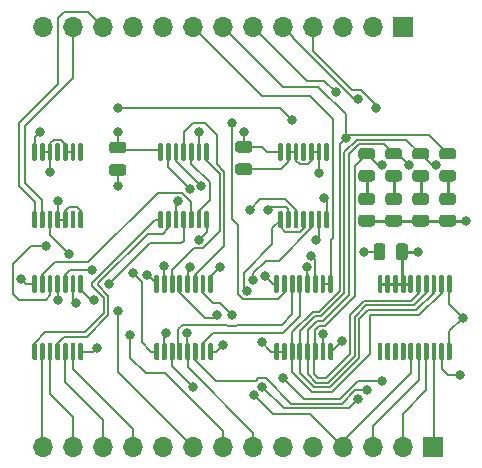
<source format=gbr>
%TF.GenerationSoftware,KiCad,Pcbnew,(5.1.10-1-10_14)*%
%TF.CreationDate,2021-12-17T22:03:29-05:00*%
%TF.ProjectId,Flags Register,466c6167-7320-4526-9567-69737465722e,rev?*%
%TF.SameCoordinates,Original*%
%TF.FileFunction,Copper,L1,Top*%
%TF.FilePolarity,Positive*%
%FSLAX46Y46*%
G04 Gerber Fmt 4.6, Leading zero omitted, Abs format (unit mm)*
G04 Created by KiCad (PCBNEW (5.1.10-1-10_14)) date 2021-12-17 22:03:29*
%MOMM*%
%LPD*%
G01*
G04 APERTURE LIST*
%TA.AperFunction,ComponentPad*%
%ADD10O,1.700000X1.700000*%
%TD*%
%TA.AperFunction,ComponentPad*%
%ADD11R,1.700000X1.700000*%
%TD*%
%TA.AperFunction,ViaPad*%
%ADD12C,0.800000*%
%TD*%
%TA.AperFunction,Conductor*%
%ADD13C,0.250000*%
%TD*%
%TA.AperFunction,Conductor*%
%ADD14C,0.200000*%
%TD*%
G04 APERTURE END LIST*
D10*
%TO.P,J1,13*%
%TO.N,~FLAG_OUT*%
X53086000Y-84328000D03*
%TO.P,J1,12*%
%TO.N,LOGICAL_CARRY_OUT*%
X55626000Y-84328000D03*
%TO.P,J1,11*%
%TO.N,ARITHMETIC_CARRY_OUT*%
X58166000Y-84328000D03*
%TO.P,J1,10*%
%TO.N,RESTORE_FLAGS*%
X60706000Y-84328000D03*
%TO.P,J1,9*%
%TO.N,CLOCK*%
X63246000Y-84328000D03*
%TO.P,J1,8*%
%TO.N,~LATCH_FLAGS*%
X65786000Y-84328000D03*
%TO.P,J1,7*%
%TO.N,CF*%
X68326000Y-84328000D03*
%TO.P,J1,6*%
%TO.N,SF*%
X70866000Y-84328000D03*
%TO.P,J1,5*%
%TO.N,OF*%
X73406000Y-84328000D03*
%TO.P,J1,4*%
%TO.N,ZF*%
X75946000Y-84328000D03*
%TO.P,J1,3*%
%TO.N,RESET*%
X78486000Y-84328000D03*
%TO.P,J1,2*%
%TO.N,VCC*%
X81026000Y-84328000D03*
D11*
%TO.P,J1,1*%
%TO.N,GND*%
X83566000Y-84328000D03*
%TD*%
%TO.P,U39,14*%
%TO.N,VCC*%
%TA.AperFunction,SMDPad,CuDef*%
G36*
G01*
X73334000Y-95665000D02*
X73134000Y-95665000D01*
G75*
G02*
X73034000Y-95565000I0J100000D01*
G01*
X73034000Y-94290000D01*
G75*
G02*
X73134000Y-94190000I100000J0D01*
G01*
X73334000Y-94190000D01*
G75*
G02*
X73434000Y-94290000I0J-100000D01*
G01*
X73434000Y-95565000D01*
G75*
G02*
X73334000Y-95665000I-100000J0D01*
G01*
G37*
%TD.AperFunction*%
%TO.P,U39,13*%
%TO.N,GND*%
%TA.AperFunction,SMDPad,CuDef*%
G36*
G01*
X73984000Y-95665000D02*
X73784000Y-95665000D01*
G75*
G02*
X73684000Y-95565000I0J100000D01*
G01*
X73684000Y-94290000D01*
G75*
G02*
X73784000Y-94190000I100000J0D01*
G01*
X73984000Y-94190000D01*
G75*
G02*
X74084000Y-94290000I0J-100000D01*
G01*
X74084000Y-95565000D01*
G75*
G02*
X73984000Y-95665000I-100000J0D01*
G01*
G37*
%TD.AperFunction*%
%TO.P,U39,12*%
%TA.AperFunction,SMDPad,CuDef*%
G36*
G01*
X74634000Y-95665000D02*
X74434000Y-95665000D01*
G75*
G02*
X74334000Y-95565000I0J100000D01*
G01*
X74334000Y-94290000D01*
G75*
G02*
X74434000Y-94190000I100000J0D01*
G01*
X74634000Y-94190000D01*
G75*
G02*
X74734000Y-94290000I0J-100000D01*
G01*
X74734000Y-95565000D01*
G75*
G02*
X74634000Y-95665000I-100000J0D01*
G01*
G37*
%TD.AperFunction*%
%TO.P,U39,11*%
%TO.N,Net-(U39-Pad11)*%
%TA.AperFunction,SMDPad,CuDef*%
G36*
G01*
X75284000Y-95665000D02*
X75084000Y-95665000D01*
G75*
G02*
X74984000Y-95565000I0J100000D01*
G01*
X74984000Y-94290000D01*
G75*
G02*
X75084000Y-94190000I100000J0D01*
G01*
X75284000Y-94190000D01*
G75*
G02*
X75384000Y-94290000I0J-100000D01*
G01*
X75384000Y-95565000D01*
G75*
G02*
X75284000Y-95665000I-100000J0D01*
G01*
G37*
%TD.AperFunction*%
%TO.P,U39,10*%
%TO.N,GND*%
%TA.AperFunction,SMDPad,CuDef*%
G36*
G01*
X75934000Y-95665000D02*
X75734000Y-95665000D01*
G75*
G02*
X75634000Y-95565000I0J100000D01*
G01*
X75634000Y-94290000D01*
G75*
G02*
X75734000Y-94190000I100000J0D01*
G01*
X75934000Y-94190000D01*
G75*
G02*
X76034000Y-94290000I0J-100000D01*
G01*
X76034000Y-95565000D01*
G75*
G02*
X75934000Y-95665000I-100000J0D01*
G01*
G37*
%TD.AperFunction*%
%TO.P,U39,9*%
%TA.AperFunction,SMDPad,CuDef*%
G36*
G01*
X76584000Y-95665000D02*
X76384000Y-95665000D01*
G75*
G02*
X76284000Y-95565000I0J100000D01*
G01*
X76284000Y-94290000D01*
G75*
G02*
X76384000Y-94190000I100000J0D01*
G01*
X76584000Y-94190000D01*
G75*
G02*
X76684000Y-94290000I0J-100000D01*
G01*
X76684000Y-95565000D01*
G75*
G02*
X76584000Y-95665000I-100000J0D01*
G01*
G37*
%TD.AperFunction*%
%TO.P,U39,8*%
%TO.N,Net-(U39-Pad8)*%
%TA.AperFunction,SMDPad,CuDef*%
G36*
G01*
X77234000Y-95665000D02*
X77034000Y-95665000D01*
G75*
G02*
X76934000Y-95565000I0J100000D01*
G01*
X76934000Y-94290000D01*
G75*
G02*
X77034000Y-94190000I100000J0D01*
G01*
X77234000Y-94190000D01*
G75*
G02*
X77334000Y-94290000I0J-100000D01*
G01*
X77334000Y-95565000D01*
G75*
G02*
X77234000Y-95665000I-100000J0D01*
G01*
G37*
%TD.AperFunction*%
%TO.P,U39,7*%
%TO.N,GND*%
%TA.AperFunction,SMDPad,CuDef*%
G36*
G01*
X77234000Y-101390000D02*
X77034000Y-101390000D01*
G75*
G02*
X76934000Y-101290000I0J100000D01*
G01*
X76934000Y-100015000D01*
G75*
G02*
X77034000Y-99915000I100000J0D01*
G01*
X77234000Y-99915000D01*
G75*
G02*
X77334000Y-100015000I0J-100000D01*
G01*
X77334000Y-101290000D01*
G75*
G02*
X77234000Y-101390000I-100000J0D01*
G01*
G37*
%TD.AperFunction*%
%TO.P,U39,6*%
%TO.N,Net-(U37-Pad13)*%
%TA.AperFunction,SMDPad,CuDef*%
G36*
G01*
X76584000Y-101390000D02*
X76384000Y-101390000D01*
G75*
G02*
X76284000Y-101290000I0J100000D01*
G01*
X76284000Y-100015000D01*
G75*
G02*
X76384000Y-99915000I100000J0D01*
G01*
X76584000Y-99915000D01*
G75*
G02*
X76684000Y-100015000I0J-100000D01*
G01*
X76684000Y-101290000D01*
G75*
G02*
X76584000Y-101390000I-100000J0D01*
G01*
G37*
%TD.AperFunction*%
%TO.P,U39,5*%
%TO.N,A7*%
%TA.AperFunction,SMDPad,CuDef*%
G36*
G01*
X75934000Y-101390000D02*
X75734000Y-101390000D01*
G75*
G02*
X75634000Y-101290000I0J100000D01*
G01*
X75634000Y-100015000D01*
G75*
G02*
X75734000Y-99915000I100000J0D01*
G01*
X75934000Y-99915000D01*
G75*
G02*
X76034000Y-100015000I0J-100000D01*
G01*
X76034000Y-101290000D01*
G75*
G02*
X75934000Y-101390000I-100000J0D01*
G01*
G37*
%TD.AperFunction*%
%TO.P,U39,4*%
%TO.N,RES7*%
%TA.AperFunction,SMDPad,CuDef*%
G36*
G01*
X75284000Y-101390000D02*
X75084000Y-101390000D01*
G75*
G02*
X74984000Y-101290000I0J100000D01*
G01*
X74984000Y-100015000D01*
G75*
G02*
X75084000Y-99915000I100000J0D01*
G01*
X75284000Y-99915000D01*
G75*
G02*
X75384000Y-100015000I0J-100000D01*
G01*
X75384000Y-101290000D01*
G75*
G02*
X75284000Y-101390000I-100000J0D01*
G01*
G37*
%TD.AperFunction*%
%TO.P,U39,3*%
%TO.N,Net-(U37-Pad12)*%
%TA.AperFunction,SMDPad,CuDef*%
G36*
G01*
X74634000Y-101390000D02*
X74434000Y-101390000D01*
G75*
G02*
X74334000Y-101290000I0J100000D01*
G01*
X74334000Y-100015000D01*
G75*
G02*
X74434000Y-99915000I100000J0D01*
G01*
X74634000Y-99915000D01*
G75*
G02*
X74734000Y-100015000I0J-100000D01*
G01*
X74734000Y-101290000D01*
G75*
G02*
X74634000Y-101390000I-100000J0D01*
G01*
G37*
%TD.AperFunction*%
%TO.P,U39,2*%
%TO.N,B7*%
%TA.AperFunction,SMDPad,CuDef*%
G36*
G01*
X73984000Y-101390000D02*
X73784000Y-101390000D01*
G75*
G02*
X73684000Y-101290000I0J100000D01*
G01*
X73684000Y-100015000D01*
G75*
G02*
X73784000Y-99915000I100000J0D01*
G01*
X73984000Y-99915000D01*
G75*
G02*
X74084000Y-100015000I0J-100000D01*
G01*
X74084000Y-101290000D01*
G75*
G02*
X73984000Y-101390000I-100000J0D01*
G01*
G37*
%TD.AperFunction*%
%TO.P,U39,1*%
%TO.N,RES7*%
%TA.AperFunction,SMDPad,CuDef*%
G36*
G01*
X73334000Y-101390000D02*
X73134000Y-101390000D01*
G75*
G02*
X73034000Y-101290000I0J100000D01*
G01*
X73034000Y-100015000D01*
G75*
G02*
X73134000Y-99915000I100000J0D01*
G01*
X73334000Y-99915000D01*
G75*
G02*
X73434000Y-100015000I0J-100000D01*
G01*
X73434000Y-101290000D01*
G75*
G02*
X73334000Y-101390000I-100000J0D01*
G01*
G37*
%TD.AperFunction*%
%TD*%
%TO.P,U38,16*%
%TO.N,VCC*%
%TA.AperFunction,SMDPad,CuDef*%
G36*
G01*
X62849000Y-106841000D02*
X62649000Y-106841000D01*
G75*
G02*
X62549000Y-106741000I0J100000D01*
G01*
X62549000Y-105466000D01*
G75*
G02*
X62649000Y-105366000I100000J0D01*
G01*
X62849000Y-105366000D01*
G75*
G02*
X62949000Y-105466000I0J-100000D01*
G01*
X62949000Y-106741000D01*
G75*
G02*
X62849000Y-106841000I-100000J0D01*
G01*
G37*
%TD.AperFunction*%
%TO.P,U38,15*%
%TO.N,GND*%
%TA.AperFunction,SMDPad,CuDef*%
G36*
G01*
X63499000Y-106841000D02*
X63299000Y-106841000D01*
G75*
G02*
X63199000Y-106741000I0J100000D01*
G01*
X63199000Y-105466000D01*
G75*
G02*
X63299000Y-105366000I100000J0D01*
G01*
X63499000Y-105366000D01*
G75*
G02*
X63599000Y-105466000I0J-100000D01*
G01*
X63599000Y-106741000D01*
G75*
G02*
X63499000Y-106841000I-100000J0D01*
G01*
G37*
%TD.AperFunction*%
%TO.P,U38,14*%
%TO.N,ZERO*%
%TA.AperFunction,SMDPad,CuDef*%
G36*
G01*
X64149000Y-106841000D02*
X63949000Y-106841000D01*
G75*
G02*
X63849000Y-106741000I0J100000D01*
G01*
X63849000Y-105466000D01*
G75*
G02*
X63949000Y-105366000I100000J0D01*
G01*
X64149000Y-105366000D01*
G75*
G02*
X64249000Y-105466000I0J-100000D01*
G01*
X64249000Y-106741000D01*
G75*
G02*
X64149000Y-106841000I-100000J0D01*
G01*
G37*
%TD.AperFunction*%
%TO.P,U38,13*%
%TO.N,BUS3*%
%TA.AperFunction,SMDPad,CuDef*%
G36*
G01*
X64799000Y-106841000D02*
X64599000Y-106841000D01*
G75*
G02*
X64499000Y-106741000I0J100000D01*
G01*
X64499000Y-105466000D01*
G75*
G02*
X64599000Y-105366000I100000J0D01*
G01*
X64799000Y-105366000D01*
G75*
G02*
X64899000Y-105466000I0J-100000D01*
G01*
X64899000Y-106741000D01*
G75*
G02*
X64799000Y-106841000I-100000J0D01*
G01*
G37*
%TD.AperFunction*%
%TO.P,U38,12*%
%TO.N,MUX_ZERO*%
%TA.AperFunction,SMDPad,CuDef*%
G36*
G01*
X65449000Y-106841000D02*
X65249000Y-106841000D01*
G75*
G02*
X65149000Y-106741000I0J100000D01*
G01*
X65149000Y-105466000D01*
G75*
G02*
X65249000Y-105366000I100000J0D01*
G01*
X65449000Y-105366000D01*
G75*
G02*
X65549000Y-105466000I0J-100000D01*
G01*
X65549000Y-106741000D01*
G75*
G02*
X65449000Y-106841000I-100000J0D01*
G01*
G37*
%TD.AperFunction*%
%TO.P,U38,11*%
%TO.N,OVERFLOW*%
%TA.AperFunction,SMDPad,CuDef*%
G36*
G01*
X66099000Y-106841000D02*
X65899000Y-106841000D01*
G75*
G02*
X65799000Y-106741000I0J100000D01*
G01*
X65799000Y-105466000D01*
G75*
G02*
X65899000Y-105366000I100000J0D01*
G01*
X66099000Y-105366000D01*
G75*
G02*
X66199000Y-105466000I0J-100000D01*
G01*
X66199000Y-106741000D01*
G75*
G02*
X66099000Y-106841000I-100000J0D01*
G01*
G37*
%TD.AperFunction*%
%TO.P,U38,10*%
%TO.N,BUS2*%
%TA.AperFunction,SMDPad,CuDef*%
G36*
G01*
X66749000Y-106841000D02*
X66549000Y-106841000D01*
G75*
G02*
X66449000Y-106741000I0J100000D01*
G01*
X66449000Y-105466000D01*
G75*
G02*
X66549000Y-105366000I100000J0D01*
G01*
X66749000Y-105366000D01*
G75*
G02*
X66849000Y-105466000I0J-100000D01*
G01*
X66849000Y-106741000D01*
G75*
G02*
X66749000Y-106841000I-100000J0D01*
G01*
G37*
%TD.AperFunction*%
%TO.P,U38,9*%
%TO.N,MUX_OVERFLOW*%
%TA.AperFunction,SMDPad,CuDef*%
G36*
G01*
X67399000Y-106841000D02*
X67199000Y-106841000D01*
G75*
G02*
X67099000Y-106741000I0J100000D01*
G01*
X67099000Y-105466000D01*
G75*
G02*
X67199000Y-105366000I100000J0D01*
G01*
X67399000Y-105366000D01*
G75*
G02*
X67499000Y-105466000I0J-100000D01*
G01*
X67499000Y-106741000D01*
G75*
G02*
X67399000Y-106841000I-100000J0D01*
G01*
G37*
%TD.AperFunction*%
%TO.P,U38,8*%
%TO.N,GND*%
%TA.AperFunction,SMDPad,CuDef*%
G36*
G01*
X67399000Y-112566000D02*
X67199000Y-112566000D01*
G75*
G02*
X67099000Y-112466000I0J100000D01*
G01*
X67099000Y-111191000D01*
G75*
G02*
X67199000Y-111091000I100000J0D01*
G01*
X67399000Y-111091000D01*
G75*
G02*
X67499000Y-111191000I0J-100000D01*
G01*
X67499000Y-112466000D01*
G75*
G02*
X67399000Y-112566000I-100000J0D01*
G01*
G37*
%TD.AperFunction*%
%TO.P,U38,7*%
%TO.N,MUX_SIGN*%
%TA.AperFunction,SMDPad,CuDef*%
G36*
G01*
X66749000Y-112566000D02*
X66549000Y-112566000D01*
G75*
G02*
X66449000Y-112466000I0J100000D01*
G01*
X66449000Y-111191000D01*
G75*
G02*
X66549000Y-111091000I100000J0D01*
G01*
X66749000Y-111091000D01*
G75*
G02*
X66849000Y-111191000I0J-100000D01*
G01*
X66849000Y-112466000D01*
G75*
G02*
X66749000Y-112566000I-100000J0D01*
G01*
G37*
%TD.AperFunction*%
%TO.P,U38,6*%
%TO.N,BUS1*%
%TA.AperFunction,SMDPad,CuDef*%
G36*
G01*
X66099000Y-112566000D02*
X65899000Y-112566000D01*
G75*
G02*
X65799000Y-112466000I0J100000D01*
G01*
X65799000Y-111191000D01*
G75*
G02*
X65899000Y-111091000I100000J0D01*
G01*
X66099000Y-111091000D01*
G75*
G02*
X66199000Y-111191000I0J-100000D01*
G01*
X66199000Y-112466000D01*
G75*
G02*
X66099000Y-112566000I-100000J0D01*
G01*
G37*
%TD.AperFunction*%
%TO.P,U38,5*%
%TO.N,RES7*%
%TA.AperFunction,SMDPad,CuDef*%
G36*
G01*
X65449000Y-112566000D02*
X65249000Y-112566000D01*
G75*
G02*
X65149000Y-112466000I0J100000D01*
G01*
X65149000Y-111191000D01*
G75*
G02*
X65249000Y-111091000I100000J0D01*
G01*
X65449000Y-111091000D01*
G75*
G02*
X65549000Y-111191000I0J-100000D01*
G01*
X65549000Y-112466000D01*
G75*
G02*
X65449000Y-112566000I-100000J0D01*
G01*
G37*
%TD.AperFunction*%
%TO.P,U38,4*%
%TO.N,MUX_CARRY*%
%TA.AperFunction,SMDPad,CuDef*%
G36*
G01*
X64799000Y-112566000D02*
X64599000Y-112566000D01*
G75*
G02*
X64499000Y-112466000I0J100000D01*
G01*
X64499000Y-111191000D01*
G75*
G02*
X64599000Y-111091000I100000J0D01*
G01*
X64799000Y-111091000D01*
G75*
G02*
X64899000Y-111191000I0J-100000D01*
G01*
X64899000Y-112466000D01*
G75*
G02*
X64799000Y-112566000I-100000J0D01*
G01*
G37*
%TD.AperFunction*%
%TO.P,U38,3*%
%TO.N,BUS0*%
%TA.AperFunction,SMDPad,CuDef*%
G36*
G01*
X64149000Y-112566000D02*
X63949000Y-112566000D01*
G75*
G02*
X63849000Y-112466000I0J100000D01*
G01*
X63849000Y-111191000D01*
G75*
G02*
X63949000Y-111091000I100000J0D01*
G01*
X64149000Y-111091000D01*
G75*
G02*
X64249000Y-111191000I0J-100000D01*
G01*
X64249000Y-112466000D01*
G75*
G02*
X64149000Y-112566000I-100000J0D01*
G01*
G37*
%TD.AperFunction*%
%TO.P,U38,2*%
%TO.N,Net-(U35-Pad3)*%
%TA.AperFunction,SMDPad,CuDef*%
G36*
G01*
X63499000Y-112566000D02*
X63299000Y-112566000D01*
G75*
G02*
X63199000Y-112466000I0J100000D01*
G01*
X63199000Y-111191000D01*
G75*
G02*
X63299000Y-111091000I100000J0D01*
G01*
X63499000Y-111091000D01*
G75*
G02*
X63599000Y-111191000I0J-100000D01*
G01*
X63599000Y-112466000D01*
G75*
G02*
X63499000Y-112566000I-100000J0D01*
G01*
G37*
%TD.AperFunction*%
%TO.P,U38,1*%
%TO.N,RESTORE_FLAGS*%
%TA.AperFunction,SMDPad,CuDef*%
G36*
G01*
X62849000Y-112566000D02*
X62649000Y-112566000D01*
G75*
G02*
X62549000Y-112466000I0J100000D01*
G01*
X62549000Y-111191000D01*
G75*
G02*
X62649000Y-111091000I100000J0D01*
G01*
X62849000Y-111091000D01*
G75*
G02*
X62949000Y-111191000I0J-100000D01*
G01*
X62949000Y-112466000D01*
G75*
G02*
X62849000Y-112566000I-100000J0D01*
G01*
G37*
%TD.AperFunction*%
%TD*%
%TO.P,U37,14*%
%TO.N,VCC*%
%TA.AperFunction,SMDPad,CuDef*%
G36*
G01*
X63174000Y-95665000D02*
X62974000Y-95665000D01*
G75*
G02*
X62874000Y-95565000I0J100000D01*
G01*
X62874000Y-94290000D01*
G75*
G02*
X62974000Y-94190000I100000J0D01*
G01*
X63174000Y-94190000D01*
G75*
G02*
X63274000Y-94290000I0J-100000D01*
G01*
X63274000Y-95565000D01*
G75*
G02*
X63174000Y-95665000I-100000J0D01*
G01*
G37*
%TD.AperFunction*%
%TO.P,U37,13*%
%TO.N,Net-(U37-Pad13)*%
%TA.AperFunction,SMDPad,CuDef*%
G36*
G01*
X63824000Y-95665000D02*
X63624000Y-95665000D01*
G75*
G02*
X63524000Y-95565000I0J100000D01*
G01*
X63524000Y-94290000D01*
G75*
G02*
X63624000Y-94190000I100000J0D01*
G01*
X63824000Y-94190000D01*
G75*
G02*
X63924000Y-94290000I0J-100000D01*
G01*
X63924000Y-95565000D01*
G75*
G02*
X63824000Y-95665000I-100000J0D01*
G01*
G37*
%TD.AperFunction*%
%TO.P,U37,12*%
%TO.N,Net-(U37-Pad12)*%
%TA.AperFunction,SMDPad,CuDef*%
G36*
G01*
X64474000Y-95665000D02*
X64274000Y-95665000D01*
G75*
G02*
X64174000Y-95565000I0J100000D01*
G01*
X64174000Y-94290000D01*
G75*
G02*
X64274000Y-94190000I100000J0D01*
G01*
X64474000Y-94190000D01*
G75*
G02*
X64574000Y-94290000I0J-100000D01*
G01*
X64574000Y-95565000D01*
G75*
G02*
X64474000Y-95665000I-100000J0D01*
G01*
G37*
%TD.AperFunction*%
%TO.P,U37,11*%
%TO.N,OVERFLOW*%
%TA.AperFunction,SMDPad,CuDef*%
G36*
G01*
X65124000Y-95665000D02*
X64924000Y-95665000D01*
G75*
G02*
X64824000Y-95565000I0J100000D01*
G01*
X64824000Y-94290000D01*
G75*
G02*
X64924000Y-94190000I100000J0D01*
G01*
X65124000Y-94190000D01*
G75*
G02*
X65224000Y-94290000I0J-100000D01*
G01*
X65224000Y-95565000D01*
G75*
G02*
X65124000Y-95665000I-100000J0D01*
G01*
G37*
%TD.AperFunction*%
%TO.P,U37,10*%
%TO.N,Net-(U37-Pad10)*%
%TA.AperFunction,SMDPad,CuDef*%
G36*
G01*
X65774000Y-95665000D02*
X65574000Y-95665000D01*
G75*
G02*
X65474000Y-95565000I0J100000D01*
G01*
X65474000Y-94290000D01*
G75*
G02*
X65574000Y-94190000I100000J0D01*
G01*
X65774000Y-94190000D01*
G75*
G02*
X65874000Y-94290000I0J-100000D01*
G01*
X65874000Y-95565000D01*
G75*
G02*
X65774000Y-95665000I-100000J0D01*
G01*
G37*
%TD.AperFunction*%
%TO.P,U37,9*%
%TO.N,Net-(U37-Pad3)*%
%TA.AperFunction,SMDPad,CuDef*%
G36*
G01*
X66424000Y-95665000D02*
X66224000Y-95665000D01*
G75*
G02*
X66124000Y-95565000I0J100000D01*
G01*
X66124000Y-94290000D01*
G75*
G02*
X66224000Y-94190000I100000J0D01*
G01*
X66424000Y-94190000D01*
G75*
G02*
X66524000Y-94290000I0J-100000D01*
G01*
X66524000Y-95565000D01*
G75*
G02*
X66424000Y-95665000I-100000J0D01*
G01*
G37*
%TD.AperFunction*%
%TO.P,U37,8*%
%TO.N,ZERO*%
%TA.AperFunction,SMDPad,CuDef*%
G36*
G01*
X67074000Y-95665000D02*
X66874000Y-95665000D01*
G75*
G02*
X66774000Y-95565000I0J100000D01*
G01*
X66774000Y-94290000D01*
G75*
G02*
X66874000Y-94190000I100000J0D01*
G01*
X67074000Y-94190000D01*
G75*
G02*
X67174000Y-94290000I0J-100000D01*
G01*
X67174000Y-95565000D01*
G75*
G02*
X67074000Y-95665000I-100000J0D01*
G01*
G37*
%TD.AperFunction*%
%TO.P,U37,7*%
%TO.N,GND*%
%TA.AperFunction,SMDPad,CuDef*%
G36*
G01*
X67074000Y-101390000D02*
X66874000Y-101390000D01*
G75*
G02*
X66774000Y-101290000I0J100000D01*
G01*
X66774000Y-100015000D01*
G75*
G02*
X66874000Y-99915000I100000J0D01*
G01*
X67074000Y-99915000D01*
G75*
G02*
X67174000Y-100015000I0J-100000D01*
G01*
X67174000Y-101290000D01*
G75*
G02*
X67074000Y-101390000I-100000J0D01*
G01*
G37*
%TD.AperFunction*%
%TO.P,U37,6*%
%TO.N,Net-(U37-Pad10)*%
%TA.AperFunction,SMDPad,CuDef*%
G36*
G01*
X66424000Y-101390000D02*
X66224000Y-101390000D01*
G75*
G02*
X66124000Y-101290000I0J100000D01*
G01*
X66124000Y-100015000D01*
G75*
G02*
X66224000Y-99915000I100000J0D01*
G01*
X66424000Y-99915000D01*
G75*
G02*
X66524000Y-100015000I0J-100000D01*
G01*
X66524000Y-101290000D01*
G75*
G02*
X66424000Y-101390000I-100000J0D01*
G01*
G37*
%TD.AperFunction*%
%TO.P,U37,5*%
%TO.N,Net-(U36-Pad13)*%
%TA.AperFunction,SMDPad,CuDef*%
G36*
G01*
X65774000Y-101390000D02*
X65574000Y-101390000D01*
G75*
G02*
X65474000Y-101290000I0J100000D01*
G01*
X65474000Y-100015000D01*
G75*
G02*
X65574000Y-99915000I100000J0D01*
G01*
X65774000Y-99915000D01*
G75*
G02*
X65874000Y-100015000I0J-100000D01*
G01*
X65874000Y-101290000D01*
G75*
G02*
X65774000Y-101390000I-100000J0D01*
G01*
G37*
%TD.AperFunction*%
%TO.P,U37,4*%
%TO.N,Net-(U36-Pad10)*%
%TA.AperFunction,SMDPad,CuDef*%
G36*
G01*
X65124000Y-101390000D02*
X64924000Y-101390000D01*
G75*
G02*
X64824000Y-101290000I0J100000D01*
G01*
X64824000Y-100015000D01*
G75*
G02*
X64924000Y-99915000I100000J0D01*
G01*
X65124000Y-99915000D01*
G75*
G02*
X65224000Y-100015000I0J-100000D01*
G01*
X65224000Y-101290000D01*
G75*
G02*
X65124000Y-101390000I-100000J0D01*
G01*
G37*
%TD.AperFunction*%
%TO.P,U37,3*%
%TO.N,Net-(U37-Pad3)*%
%TA.AperFunction,SMDPad,CuDef*%
G36*
G01*
X64474000Y-101390000D02*
X64274000Y-101390000D01*
G75*
G02*
X64174000Y-101290000I0J100000D01*
G01*
X64174000Y-100015000D01*
G75*
G02*
X64274000Y-99915000I100000J0D01*
G01*
X64474000Y-99915000D01*
G75*
G02*
X64574000Y-100015000I0J-100000D01*
G01*
X64574000Y-101290000D01*
G75*
G02*
X64474000Y-101390000I-100000J0D01*
G01*
G37*
%TD.AperFunction*%
%TO.P,U37,2*%
%TO.N,Net-(U36-Pad4)*%
%TA.AperFunction,SMDPad,CuDef*%
G36*
G01*
X63824000Y-101390000D02*
X63624000Y-101390000D01*
G75*
G02*
X63524000Y-101290000I0J100000D01*
G01*
X63524000Y-100015000D01*
G75*
G02*
X63624000Y-99915000I100000J0D01*
G01*
X63824000Y-99915000D01*
G75*
G02*
X63924000Y-100015000I0J-100000D01*
G01*
X63924000Y-101290000D01*
G75*
G02*
X63824000Y-101390000I-100000J0D01*
G01*
G37*
%TD.AperFunction*%
%TO.P,U37,1*%
%TO.N,Net-(U36-Pad1)*%
%TA.AperFunction,SMDPad,CuDef*%
G36*
G01*
X63174000Y-101390000D02*
X62974000Y-101390000D01*
G75*
G02*
X62874000Y-101290000I0J100000D01*
G01*
X62874000Y-100015000D01*
G75*
G02*
X62974000Y-99915000I100000J0D01*
G01*
X63174000Y-99915000D01*
G75*
G02*
X63274000Y-100015000I0J-100000D01*
G01*
X63274000Y-101290000D01*
G75*
G02*
X63174000Y-101390000I-100000J0D01*
G01*
G37*
%TD.AperFunction*%
%TD*%
%TO.P,U36,14*%
%TO.N,VCC*%
%TA.AperFunction,SMDPad,CuDef*%
G36*
G01*
X52506000Y-106841000D02*
X52306000Y-106841000D01*
G75*
G02*
X52206000Y-106741000I0J100000D01*
G01*
X52206000Y-105466000D01*
G75*
G02*
X52306000Y-105366000I100000J0D01*
G01*
X52506000Y-105366000D01*
G75*
G02*
X52606000Y-105466000I0J-100000D01*
G01*
X52606000Y-106741000D01*
G75*
G02*
X52506000Y-106841000I-100000J0D01*
G01*
G37*
%TD.AperFunction*%
%TO.P,U36,13*%
%TO.N,Net-(U36-Pad13)*%
%TA.AperFunction,SMDPad,CuDef*%
G36*
G01*
X53156000Y-106841000D02*
X52956000Y-106841000D01*
G75*
G02*
X52856000Y-106741000I0J100000D01*
G01*
X52856000Y-105466000D01*
G75*
G02*
X52956000Y-105366000I100000J0D01*
G01*
X53156000Y-105366000D01*
G75*
G02*
X53256000Y-105466000I0J-100000D01*
G01*
X53256000Y-106741000D01*
G75*
G02*
X53156000Y-106841000I-100000J0D01*
G01*
G37*
%TD.AperFunction*%
%TO.P,U36,12*%
%TO.N,RES7*%
%TA.AperFunction,SMDPad,CuDef*%
G36*
G01*
X53806000Y-106841000D02*
X53606000Y-106841000D01*
G75*
G02*
X53506000Y-106741000I0J100000D01*
G01*
X53506000Y-105466000D01*
G75*
G02*
X53606000Y-105366000I100000J0D01*
G01*
X53806000Y-105366000D01*
G75*
G02*
X53906000Y-105466000I0J-100000D01*
G01*
X53906000Y-106741000D01*
G75*
G02*
X53806000Y-106841000I-100000J0D01*
G01*
G37*
%TD.AperFunction*%
%TO.P,U36,11*%
%TO.N,RES6*%
%TA.AperFunction,SMDPad,CuDef*%
G36*
G01*
X54456000Y-106841000D02*
X54256000Y-106841000D01*
G75*
G02*
X54156000Y-106741000I0J100000D01*
G01*
X54156000Y-105466000D01*
G75*
G02*
X54256000Y-105366000I100000J0D01*
G01*
X54456000Y-105366000D01*
G75*
G02*
X54556000Y-105466000I0J-100000D01*
G01*
X54556000Y-106741000D01*
G75*
G02*
X54456000Y-106841000I-100000J0D01*
G01*
G37*
%TD.AperFunction*%
%TO.P,U36,10*%
%TO.N,Net-(U36-Pad10)*%
%TA.AperFunction,SMDPad,CuDef*%
G36*
G01*
X55106000Y-106841000D02*
X54906000Y-106841000D01*
G75*
G02*
X54806000Y-106741000I0J100000D01*
G01*
X54806000Y-105466000D01*
G75*
G02*
X54906000Y-105366000I100000J0D01*
G01*
X55106000Y-105366000D01*
G75*
G02*
X55206000Y-105466000I0J-100000D01*
G01*
X55206000Y-106741000D01*
G75*
G02*
X55106000Y-106841000I-100000J0D01*
G01*
G37*
%TD.AperFunction*%
%TO.P,U36,9*%
%TO.N,RES5*%
%TA.AperFunction,SMDPad,CuDef*%
G36*
G01*
X55756000Y-106841000D02*
X55556000Y-106841000D01*
G75*
G02*
X55456000Y-106741000I0J100000D01*
G01*
X55456000Y-105466000D01*
G75*
G02*
X55556000Y-105366000I100000J0D01*
G01*
X55756000Y-105366000D01*
G75*
G02*
X55856000Y-105466000I0J-100000D01*
G01*
X55856000Y-106741000D01*
G75*
G02*
X55756000Y-106841000I-100000J0D01*
G01*
G37*
%TD.AperFunction*%
%TO.P,U36,8*%
%TO.N,RES4*%
%TA.AperFunction,SMDPad,CuDef*%
G36*
G01*
X56406000Y-106841000D02*
X56206000Y-106841000D01*
G75*
G02*
X56106000Y-106741000I0J100000D01*
G01*
X56106000Y-105466000D01*
G75*
G02*
X56206000Y-105366000I100000J0D01*
G01*
X56406000Y-105366000D01*
G75*
G02*
X56506000Y-105466000I0J-100000D01*
G01*
X56506000Y-106741000D01*
G75*
G02*
X56406000Y-106841000I-100000J0D01*
G01*
G37*
%TD.AperFunction*%
%TO.P,U36,7*%
%TO.N,GND*%
%TA.AperFunction,SMDPad,CuDef*%
G36*
G01*
X56406000Y-112566000D02*
X56206000Y-112566000D01*
G75*
G02*
X56106000Y-112466000I0J100000D01*
G01*
X56106000Y-111191000D01*
G75*
G02*
X56206000Y-111091000I100000J0D01*
G01*
X56406000Y-111091000D01*
G75*
G02*
X56506000Y-111191000I0J-100000D01*
G01*
X56506000Y-112466000D01*
G75*
G02*
X56406000Y-112566000I-100000J0D01*
G01*
G37*
%TD.AperFunction*%
%TO.P,U36,6*%
%TO.N,RES3*%
%TA.AperFunction,SMDPad,CuDef*%
G36*
G01*
X55756000Y-112566000D02*
X55556000Y-112566000D01*
G75*
G02*
X55456000Y-112466000I0J100000D01*
G01*
X55456000Y-111191000D01*
G75*
G02*
X55556000Y-111091000I100000J0D01*
G01*
X55756000Y-111091000D01*
G75*
G02*
X55856000Y-111191000I0J-100000D01*
G01*
X55856000Y-112466000D01*
G75*
G02*
X55756000Y-112566000I-100000J0D01*
G01*
G37*
%TD.AperFunction*%
%TO.P,U36,5*%
%TO.N,RES2*%
%TA.AperFunction,SMDPad,CuDef*%
G36*
G01*
X55106000Y-112566000D02*
X54906000Y-112566000D01*
G75*
G02*
X54806000Y-112466000I0J100000D01*
G01*
X54806000Y-111191000D01*
G75*
G02*
X54906000Y-111091000I100000J0D01*
G01*
X55106000Y-111091000D01*
G75*
G02*
X55206000Y-111191000I0J-100000D01*
G01*
X55206000Y-112466000D01*
G75*
G02*
X55106000Y-112566000I-100000J0D01*
G01*
G37*
%TD.AperFunction*%
%TO.P,U36,4*%
%TO.N,Net-(U36-Pad4)*%
%TA.AperFunction,SMDPad,CuDef*%
G36*
G01*
X54456000Y-112566000D02*
X54256000Y-112566000D01*
G75*
G02*
X54156000Y-112466000I0J100000D01*
G01*
X54156000Y-111191000D01*
G75*
G02*
X54256000Y-111091000I100000J0D01*
G01*
X54456000Y-111091000D01*
G75*
G02*
X54556000Y-111191000I0J-100000D01*
G01*
X54556000Y-112466000D01*
G75*
G02*
X54456000Y-112566000I-100000J0D01*
G01*
G37*
%TD.AperFunction*%
%TO.P,U36,3*%
%TO.N,RES1*%
%TA.AperFunction,SMDPad,CuDef*%
G36*
G01*
X53806000Y-112566000D02*
X53606000Y-112566000D01*
G75*
G02*
X53506000Y-112466000I0J100000D01*
G01*
X53506000Y-111191000D01*
G75*
G02*
X53606000Y-111091000I100000J0D01*
G01*
X53806000Y-111091000D01*
G75*
G02*
X53906000Y-111191000I0J-100000D01*
G01*
X53906000Y-112466000D01*
G75*
G02*
X53806000Y-112566000I-100000J0D01*
G01*
G37*
%TD.AperFunction*%
%TO.P,U36,2*%
%TO.N,RES0*%
%TA.AperFunction,SMDPad,CuDef*%
G36*
G01*
X53156000Y-112566000D02*
X52956000Y-112566000D01*
G75*
G02*
X52856000Y-112466000I0J100000D01*
G01*
X52856000Y-111191000D01*
G75*
G02*
X52956000Y-111091000I100000J0D01*
G01*
X53156000Y-111091000D01*
G75*
G02*
X53256000Y-111191000I0J-100000D01*
G01*
X53256000Y-112466000D01*
G75*
G02*
X53156000Y-112566000I-100000J0D01*
G01*
G37*
%TD.AperFunction*%
%TO.P,U36,1*%
%TO.N,Net-(U36-Pad1)*%
%TA.AperFunction,SMDPad,CuDef*%
G36*
G01*
X52506000Y-112566000D02*
X52306000Y-112566000D01*
G75*
G02*
X52206000Y-112466000I0J100000D01*
G01*
X52206000Y-111191000D01*
G75*
G02*
X52306000Y-111091000I100000J0D01*
G01*
X52506000Y-111091000D01*
G75*
G02*
X52606000Y-111191000I0J-100000D01*
G01*
X52606000Y-112466000D01*
G75*
G02*
X52506000Y-112566000I-100000J0D01*
G01*
G37*
%TD.AperFunction*%
%TD*%
%TO.P,U35,14*%
%TO.N,VCC*%
%TA.AperFunction,SMDPad,CuDef*%
G36*
G01*
X52506000Y-95665000D02*
X52306000Y-95665000D01*
G75*
G02*
X52206000Y-95565000I0J100000D01*
G01*
X52206000Y-94290000D01*
G75*
G02*
X52306000Y-94190000I100000J0D01*
G01*
X52506000Y-94190000D01*
G75*
G02*
X52606000Y-94290000I0J-100000D01*
G01*
X52606000Y-95565000D01*
G75*
G02*
X52506000Y-95665000I-100000J0D01*
G01*
G37*
%TD.AperFunction*%
%TO.P,U35,13*%
%TO.N,GND*%
%TA.AperFunction,SMDPad,CuDef*%
G36*
G01*
X53156000Y-95665000D02*
X52956000Y-95665000D01*
G75*
G02*
X52856000Y-95565000I0J100000D01*
G01*
X52856000Y-94290000D01*
G75*
G02*
X52956000Y-94190000I100000J0D01*
G01*
X53156000Y-94190000D01*
G75*
G02*
X53256000Y-94290000I0J-100000D01*
G01*
X53256000Y-95565000D01*
G75*
G02*
X53156000Y-95665000I-100000J0D01*
G01*
G37*
%TD.AperFunction*%
%TO.P,U35,12*%
%TA.AperFunction,SMDPad,CuDef*%
G36*
G01*
X53806000Y-95665000D02*
X53606000Y-95665000D01*
G75*
G02*
X53506000Y-95565000I0J100000D01*
G01*
X53506000Y-94290000D01*
G75*
G02*
X53606000Y-94190000I100000J0D01*
G01*
X53806000Y-94190000D01*
G75*
G02*
X53906000Y-94290000I0J-100000D01*
G01*
X53906000Y-95565000D01*
G75*
G02*
X53806000Y-95665000I-100000J0D01*
G01*
G37*
%TD.AperFunction*%
%TO.P,U35,11*%
%TO.N,Net-(U35-Pad11)*%
%TA.AperFunction,SMDPad,CuDef*%
G36*
G01*
X54456000Y-95665000D02*
X54256000Y-95665000D01*
G75*
G02*
X54156000Y-95565000I0J100000D01*
G01*
X54156000Y-94290000D01*
G75*
G02*
X54256000Y-94190000I100000J0D01*
G01*
X54456000Y-94190000D01*
G75*
G02*
X54556000Y-94290000I0J-100000D01*
G01*
X54556000Y-95565000D01*
G75*
G02*
X54456000Y-95665000I-100000J0D01*
G01*
G37*
%TD.AperFunction*%
%TO.P,U35,10*%
%TO.N,GND*%
%TA.AperFunction,SMDPad,CuDef*%
G36*
G01*
X55106000Y-95665000D02*
X54906000Y-95665000D01*
G75*
G02*
X54806000Y-95565000I0J100000D01*
G01*
X54806000Y-94290000D01*
G75*
G02*
X54906000Y-94190000I100000J0D01*
G01*
X55106000Y-94190000D01*
G75*
G02*
X55206000Y-94290000I0J-100000D01*
G01*
X55206000Y-95565000D01*
G75*
G02*
X55106000Y-95665000I-100000J0D01*
G01*
G37*
%TD.AperFunction*%
%TO.P,U35,9*%
%TA.AperFunction,SMDPad,CuDef*%
G36*
G01*
X55756000Y-95665000D02*
X55556000Y-95665000D01*
G75*
G02*
X55456000Y-95565000I0J100000D01*
G01*
X55456000Y-94290000D01*
G75*
G02*
X55556000Y-94190000I100000J0D01*
G01*
X55756000Y-94190000D01*
G75*
G02*
X55856000Y-94290000I0J-100000D01*
G01*
X55856000Y-95565000D01*
G75*
G02*
X55756000Y-95665000I-100000J0D01*
G01*
G37*
%TD.AperFunction*%
%TO.P,U35,8*%
%TO.N,Net-(U35-Pad8)*%
%TA.AperFunction,SMDPad,CuDef*%
G36*
G01*
X56406000Y-95665000D02*
X56206000Y-95665000D01*
G75*
G02*
X56106000Y-95565000I0J100000D01*
G01*
X56106000Y-94290000D01*
G75*
G02*
X56206000Y-94190000I100000J0D01*
G01*
X56406000Y-94190000D01*
G75*
G02*
X56506000Y-94290000I0J-100000D01*
G01*
X56506000Y-95565000D01*
G75*
G02*
X56406000Y-95665000I-100000J0D01*
G01*
G37*
%TD.AperFunction*%
%TO.P,U35,7*%
%TO.N,GND*%
%TA.AperFunction,SMDPad,CuDef*%
G36*
G01*
X56406000Y-101390000D02*
X56206000Y-101390000D01*
G75*
G02*
X56106000Y-101290000I0J100000D01*
G01*
X56106000Y-100015000D01*
G75*
G02*
X56206000Y-99915000I100000J0D01*
G01*
X56406000Y-99915000D01*
G75*
G02*
X56506000Y-100015000I0J-100000D01*
G01*
X56506000Y-101290000D01*
G75*
G02*
X56406000Y-101390000I-100000J0D01*
G01*
G37*
%TD.AperFunction*%
%TO.P,U35,6*%
%TO.N,Net-(U35-Pad6)*%
%TA.AperFunction,SMDPad,CuDef*%
G36*
G01*
X55756000Y-101390000D02*
X55556000Y-101390000D01*
G75*
G02*
X55456000Y-101290000I0J100000D01*
G01*
X55456000Y-100015000D01*
G75*
G02*
X55556000Y-99915000I100000J0D01*
G01*
X55756000Y-99915000D01*
G75*
G02*
X55856000Y-100015000I0J-100000D01*
G01*
X55856000Y-101290000D01*
G75*
G02*
X55756000Y-101390000I-100000J0D01*
G01*
G37*
%TD.AperFunction*%
%TO.P,U35,5*%
%TO.N,GND*%
%TA.AperFunction,SMDPad,CuDef*%
G36*
G01*
X55106000Y-101390000D02*
X54906000Y-101390000D01*
G75*
G02*
X54806000Y-101290000I0J100000D01*
G01*
X54806000Y-100015000D01*
G75*
G02*
X54906000Y-99915000I100000J0D01*
G01*
X55106000Y-99915000D01*
G75*
G02*
X55206000Y-100015000I0J-100000D01*
G01*
X55206000Y-101290000D01*
G75*
G02*
X55106000Y-101390000I-100000J0D01*
G01*
G37*
%TD.AperFunction*%
%TO.P,U35,4*%
%TA.AperFunction,SMDPad,CuDef*%
G36*
G01*
X54456000Y-101390000D02*
X54256000Y-101390000D01*
G75*
G02*
X54156000Y-101290000I0J100000D01*
G01*
X54156000Y-100015000D01*
G75*
G02*
X54256000Y-99915000I100000J0D01*
G01*
X54456000Y-99915000D01*
G75*
G02*
X54556000Y-100015000I0J-100000D01*
G01*
X54556000Y-101290000D01*
G75*
G02*
X54456000Y-101390000I-100000J0D01*
G01*
G37*
%TD.AperFunction*%
%TO.P,U35,3*%
%TO.N,Net-(U35-Pad3)*%
%TA.AperFunction,SMDPad,CuDef*%
G36*
G01*
X53806000Y-101390000D02*
X53606000Y-101390000D01*
G75*
G02*
X53506000Y-101290000I0J100000D01*
G01*
X53506000Y-100015000D01*
G75*
G02*
X53606000Y-99915000I100000J0D01*
G01*
X53806000Y-99915000D01*
G75*
G02*
X53906000Y-100015000I0J-100000D01*
G01*
X53906000Y-101290000D01*
G75*
G02*
X53806000Y-101390000I-100000J0D01*
G01*
G37*
%TD.AperFunction*%
%TO.P,U35,2*%
%TO.N,LOGICAL_CARRY_OUT*%
%TA.AperFunction,SMDPad,CuDef*%
G36*
G01*
X53156000Y-101390000D02*
X52956000Y-101390000D01*
G75*
G02*
X52856000Y-101290000I0J100000D01*
G01*
X52856000Y-100015000D01*
G75*
G02*
X52956000Y-99915000I100000J0D01*
G01*
X53156000Y-99915000D01*
G75*
G02*
X53256000Y-100015000I0J-100000D01*
G01*
X53256000Y-101290000D01*
G75*
G02*
X53156000Y-101390000I-100000J0D01*
G01*
G37*
%TD.AperFunction*%
%TO.P,U35,1*%
%TO.N,ARITHMETIC_CARRY_OUT*%
%TA.AperFunction,SMDPad,CuDef*%
G36*
G01*
X52506000Y-101390000D02*
X52306000Y-101390000D01*
G75*
G02*
X52206000Y-101290000I0J100000D01*
G01*
X52206000Y-100015000D01*
G75*
G02*
X52306000Y-99915000I100000J0D01*
G01*
X52506000Y-99915000D01*
G75*
G02*
X52606000Y-100015000I0J-100000D01*
G01*
X52606000Y-101290000D01*
G75*
G02*
X52506000Y-101390000I-100000J0D01*
G01*
G37*
%TD.AperFunction*%
%TD*%
%TO.P,U2,20*%
%TO.N,VCC*%
%TA.AperFunction,SMDPad,CuDef*%
G36*
G01*
X87407000Y-111091000D02*
X87607000Y-111091000D01*
G75*
G02*
X87707000Y-111191000I0J-100000D01*
G01*
X87707000Y-112466000D01*
G75*
G02*
X87607000Y-112566000I-100000J0D01*
G01*
X87407000Y-112566000D01*
G75*
G02*
X87307000Y-112466000I0J100000D01*
G01*
X87307000Y-111191000D01*
G75*
G02*
X87407000Y-111091000I100000J0D01*
G01*
G37*
%TD.AperFunction*%
%TO.P,U2,19*%
%TO.N,~FLAG_OUT*%
%TA.AperFunction,SMDPad,CuDef*%
G36*
G01*
X86757000Y-111091000D02*
X86957000Y-111091000D01*
G75*
G02*
X87057000Y-111191000I0J-100000D01*
G01*
X87057000Y-112466000D01*
G75*
G02*
X86957000Y-112566000I-100000J0D01*
G01*
X86757000Y-112566000D01*
G75*
G02*
X86657000Y-112466000I0J100000D01*
G01*
X86657000Y-111191000D01*
G75*
G02*
X86757000Y-111091000I100000J0D01*
G01*
G37*
%TD.AperFunction*%
%TO.P,U2,18*%
%TO.N,BUS0*%
%TA.AperFunction,SMDPad,CuDef*%
G36*
G01*
X86107000Y-111091000D02*
X86307000Y-111091000D01*
G75*
G02*
X86407000Y-111191000I0J-100000D01*
G01*
X86407000Y-112466000D01*
G75*
G02*
X86307000Y-112566000I-100000J0D01*
G01*
X86107000Y-112566000D01*
G75*
G02*
X86007000Y-112466000I0J100000D01*
G01*
X86007000Y-111191000D01*
G75*
G02*
X86107000Y-111091000I100000J0D01*
G01*
G37*
%TD.AperFunction*%
%TO.P,U2,17*%
%TO.N,BUS1*%
%TA.AperFunction,SMDPad,CuDef*%
G36*
G01*
X85457000Y-111091000D02*
X85657000Y-111091000D01*
G75*
G02*
X85757000Y-111191000I0J-100000D01*
G01*
X85757000Y-112466000D01*
G75*
G02*
X85657000Y-112566000I-100000J0D01*
G01*
X85457000Y-112566000D01*
G75*
G02*
X85357000Y-112466000I0J100000D01*
G01*
X85357000Y-111191000D01*
G75*
G02*
X85457000Y-111091000I100000J0D01*
G01*
G37*
%TD.AperFunction*%
%TO.P,U2,16*%
%TO.N,BUS2*%
%TA.AperFunction,SMDPad,CuDef*%
G36*
G01*
X84807000Y-111091000D02*
X85007000Y-111091000D01*
G75*
G02*
X85107000Y-111191000I0J-100000D01*
G01*
X85107000Y-112466000D01*
G75*
G02*
X85007000Y-112566000I-100000J0D01*
G01*
X84807000Y-112566000D01*
G75*
G02*
X84707000Y-112466000I0J100000D01*
G01*
X84707000Y-111191000D01*
G75*
G02*
X84807000Y-111091000I100000J0D01*
G01*
G37*
%TD.AperFunction*%
%TO.P,U2,15*%
%TO.N,BUS3*%
%TA.AperFunction,SMDPad,CuDef*%
G36*
G01*
X84157000Y-111091000D02*
X84357000Y-111091000D01*
G75*
G02*
X84457000Y-111191000I0J-100000D01*
G01*
X84457000Y-112466000D01*
G75*
G02*
X84357000Y-112566000I-100000J0D01*
G01*
X84157000Y-112566000D01*
G75*
G02*
X84057000Y-112466000I0J100000D01*
G01*
X84057000Y-111191000D01*
G75*
G02*
X84157000Y-111091000I100000J0D01*
G01*
G37*
%TD.AperFunction*%
%TO.P,U2,14*%
%TO.N,Net-(U2-Pad14)*%
%TA.AperFunction,SMDPad,CuDef*%
G36*
G01*
X83507000Y-111091000D02*
X83707000Y-111091000D01*
G75*
G02*
X83807000Y-111191000I0J-100000D01*
G01*
X83807000Y-112466000D01*
G75*
G02*
X83707000Y-112566000I-100000J0D01*
G01*
X83507000Y-112566000D01*
G75*
G02*
X83407000Y-112466000I0J100000D01*
G01*
X83407000Y-111191000D01*
G75*
G02*
X83507000Y-111091000I100000J0D01*
G01*
G37*
%TD.AperFunction*%
%TO.P,U2,13*%
%TO.N,Net-(U2-Pad13)*%
%TA.AperFunction,SMDPad,CuDef*%
G36*
G01*
X82857000Y-111091000D02*
X83057000Y-111091000D01*
G75*
G02*
X83157000Y-111191000I0J-100000D01*
G01*
X83157000Y-112466000D01*
G75*
G02*
X83057000Y-112566000I-100000J0D01*
G01*
X82857000Y-112566000D01*
G75*
G02*
X82757000Y-112466000I0J100000D01*
G01*
X82757000Y-111191000D01*
G75*
G02*
X82857000Y-111091000I100000J0D01*
G01*
G37*
%TD.AperFunction*%
%TO.P,U2,12*%
%TO.N,Net-(U2-Pad12)*%
%TA.AperFunction,SMDPad,CuDef*%
G36*
G01*
X82207000Y-111091000D02*
X82407000Y-111091000D01*
G75*
G02*
X82507000Y-111191000I0J-100000D01*
G01*
X82507000Y-112466000D01*
G75*
G02*
X82407000Y-112566000I-100000J0D01*
G01*
X82207000Y-112566000D01*
G75*
G02*
X82107000Y-112466000I0J100000D01*
G01*
X82107000Y-111191000D01*
G75*
G02*
X82207000Y-111091000I100000J0D01*
G01*
G37*
%TD.AperFunction*%
%TO.P,U2,11*%
%TO.N,Net-(U2-Pad11)*%
%TA.AperFunction,SMDPad,CuDef*%
G36*
G01*
X81557000Y-111091000D02*
X81757000Y-111091000D01*
G75*
G02*
X81857000Y-111191000I0J-100000D01*
G01*
X81857000Y-112466000D01*
G75*
G02*
X81757000Y-112566000I-100000J0D01*
G01*
X81557000Y-112566000D01*
G75*
G02*
X81457000Y-112466000I0J100000D01*
G01*
X81457000Y-111191000D01*
G75*
G02*
X81557000Y-111091000I100000J0D01*
G01*
G37*
%TD.AperFunction*%
%TO.P,U2,10*%
%TO.N,GND*%
%TA.AperFunction,SMDPad,CuDef*%
G36*
G01*
X81557000Y-105366000D02*
X81757000Y-105366000D01*
G75*
G02*
X81857000Y-105466000I0J-100000D01*
G01*
X81857000Y-106741000D01*
G75*
G02*
X81757000Y-106841000I-100000J0D01*
G01*
X81557000Y-106841000D01*
G75*
G02*
X81457000Y-106741000I0J100000D01*
G01*
X81457000Y-105466000D01*
G75*
G02*
X81557000Y-105366000I100000J0D01*
G01*
G37*
%TD.AperFunction*%
%TO.P,U2,9*%
%TA.AperFunction,SMDPad,CuDef*%
G36*
G01*
X82207000Y-105366000D02*
X82407000Y-105366000D01*
G75*
G02*
X82507000Y-105466000I0J-100000D01*
G01*
X82507000Y-106741000D01*
G75*
G02*
X82407000Y-106841000I-100000J0D01*
G01*
X82207000Y-106841000D01*
G75*
G02*
X82107000Y-106741000I0J100000D01*
G01*
X82107000Y-105466000D01*
G75*
G02*
X82207000Y-105366000I100000J0D01*
G01*
G37*
%TD.AperFunction*%
%TO.P,U2,8*%
%TA.AperFunction,SMDPad,CuDef*%
G36*
G01*
X82857000Y-105366000D02*
X83057000Y-105366000D01*
G75*
G02*
X83157000Y-105466000I0J-100000D01*
G01*
X83157000Y-106741000D01*
G75*
G02*
X83057000Y-106841000I-100000J0D01*
G01*
X82857000Y-106841000D01*
G75*
G02*
X82757000Y-106741000I0J100000D01*
G01*
X82757000Y-105466000D01*
G75*
G02*
X82857000Y-105366000I100000J0D01*
G01*
G37*
%TD.AperFunction*%
%TO.P,U2,7*%
%TA.AperFunction,SMDPad,CuDef*%
G36*
G01*
X83507000Y-105366000D02*
X83707000Y-105366000D01*
G75*
G02*
X83807000Y-105466000I0J-100000D01*
G01*
X83807000Y-106741000D01*
G75*
G02*
X83707000Y-106841000I-100000J0D01*
G01*
X83507000Y-106841000D01*
G75*
G02*
X83407000Y-106741000I0J100000D01*
G01*
X83407000Y-105466000D01*
G75*
G02*
X83507000Y-105366000I100000J0D01*
G01*
G37*
%TD.AperFunction*%
%TO.P,U2,6*%
%TA.AperFunction,SMDPad,CuDef*%
G36*
G01*
X84157000Y-105366000D02*
X84357000Y-105366000D01*
G75*
G02*
X84457000Y-105466000I0J-100000D01*
G01*
X84457000Y-106741000D01*
G75*
G02*
X84357000Y-106841000I-100000J0D01*
G01*
X84157000Y-106841000D01*
G75*
G02*
X84057000Y-106741000I0J100000D01*
G01*
X84057000Y-105466000D01*
G75*
G02*
X84157000Y-105366000I100000J0D01*
G01*
G37*
%TD.AperFunction*%
%TO.P,U2,5*%
%TO.N,ZF*%
%TA.AperFunction,SMDPad,CuDef*%
G36*
G01*
X84807000Y-105366000D02*
X85007000Y-105366000D01*
G75*
G02*
X85107000Y-105466000I0J-100000D01*
G01*
X85107000Y-106741000D01*
G75*
G02*
X85007000Y-106841000I-100000J0D01*
G01*
X84807000Y-106841000D01*
G75*
G02*
X84707000Y-106741000I0J100000D01*
G01*
X84707000Y-105466000D01*
G75*
G02*
X84807000Y-105366000I100000J0D01*
G01*
G37*
%TD.AperFunction*%
%TO.P,U2,4*%
%TO.N,OF*%
%TA.AperFunction,SMDPad,CuDef*%
G36*
G01*
X85457000Y-105366000D02*
X85657000Y-105366000D01*
G75*
G02*
X85757000Y-105466000I0J-100000D01*
G01*
X85757000Y-106741000D01*
G75*
G02*
X85657000Y-106841000I-100000J0D01*
G01*
X85457000Y-106841000D01*
G75*
G02*
X85357000Y-106741000I0J100000D01*
G01*
X85357000Y-105466000D01*
G75*
G02*
X85457000Y-105366000I100000J0D01*
G01*
G37*
%TD.AperFunction*%
%TO.P,U2,3*%
%TO.N,SF*%
%TA.AperFunction,SMDPad,CuDef*%
G36*
G01*
X86107000Y-105366000D02*
X86307000Y-105366000D01*
G75*
G02*
X86407000Y-105466000I0J-100000D01*
G01*
X86407000Y-106741000D01*
G75*
G02*
X86307000Y-106841000I-100000J0D01*
G01*
X86107000Y-106841000D01*
G75*
G02*
X86007000Y-106741000I0J100000D01*
G01*
X86007000Y-105466000D01*
G75*
G02*
X86107000Y-105366000I100000J0D01*
G01*
G37*
%TD.AperFunction*%
%TO.P,U2,2*%
%TO.N,CF*%
%TA.AperFunction,SMDPad,CuDef*%
G36*
G01*
X86757000Y-105366000D02*
X86957000Y-105366000D01*
G75*
G02*
X87057000Y-105466000I0J-100000D01*
G01*
X87057000Y-106741000D01*
G75*
G02*
X86957000Y-106841000I-100000J0D01*
G01*
X86757000Y-106841000D01*
G75*
G02*
X86657000Y-106741000I0J100000D01*
G01*
X86657000Y-105466000D01*
G75*
G02*
X86757000Y-105366000I100000J0D01*
G01*
G37*
%TD.AperFunction*%
%TO.P,U2,1*%
%TO.N,VCC*%
%TA.AperFunction,SMDPad,CuDef*%
G36*
G01*
X87407000Y-105366000D02*
X87607000Y-105366000D01*
G75*
G02*
X87707000Y-105466000I0J-100000D01*
G01*
X87707000Y-106741000D01*
G75*
G02*
X87607000Y-106841000I-100000J0D01*
G01*
X87407000Y-106841000D01*
G75*
G02*
X87307000Y-106741000I0J100000D01*
G01*
X87307000Y-105466000D01*
G75*
G02*
X87407000Y-105366000I100000J0D01*
G01*
G37*
%TD.AperFunction*%
%TD*%
%TO.P,U1,16*%
%TO.N,VCC*%
%TA.AperFunction,SMDPad,CuDef*%
G36*
G01*
X73009000Y-106841000D02*
X72809000Y-106841000D01*
G75*
G02*
X72709000Y-106741000I0J100000D01*
G01*
X72709000Y-105466000D01*
G75*
G02*
X72809000Y-105366000I100000J0D01*
G01*
X73009000Y-105366000D01*
G75*
G02*
X73109000Y-105466000I0J-100000D01*
G01*
X73109000Y-106741000D01*
G75*
G02*
X73009000Y-106841000I-100000J0D01*
G01*
G37*
%TD.AperFunction*%
%TO.P,U1,15*%
%TO.N,RESET*%
%TA.AperFunction,SMDPad,CuDef*%
G36*
G01*
X73659000Y-106841000D02*
X73459000Y-106841000D01*
G75*
G02*
X73359000Y-106741000I0J100000D01*
G01*
X73359000Y-105466000D01*
G75*
G02*
X73459000Y-105366000I100000J0D01*
G01*
X73659000Y-105366000D01*
G75*
G02*
X73759000Y-105466000I0J-100000D01*
G01*
X73759000Y-106741000D01*
G75*
G02*
X73659000Y-106841000I-100000J0D01*
G01*
G37*
%TD.AperFunction*%
%TO.P,U1,14*%
%TO.N,MUX_CARRY*%
%TA.AperFunction,SMDPad,CuDef*%
G36*
G01*
X74309000Y-106841000D02*
X74109000Y-106841000D01*
G75*
G02*
X74009000Y-106741000I0J100000D01*
G01*
X74009000Y-105466000D01*
G75*
G02*
X74109000Y-105366000I100000J0D01*
G01*
X74309000Y-105366000D01*
G75*
G02*
X74409000Y-105466000I0J-100000D01*
G01*
X74409000Y-106741000D01*
G75*
G02*
X74309000Y-106841000I-100000J0D01*
G01*
G37*
%TD.AperFunction*%
%TO.P,U1,13*%
%TO.N,MUX_SIGN*%
%TA.AperFunction,SMDPad,CuDef*%
G36*
G01*
X74959000Y-106841000D02*
X74759000Y-106841000D01*
G75*
G02*
X74659000Y-106741000I0J100000D01*
G01*
X74659000Y-105466000D01*
G75*
G02*
X74759000Y-105366000I100000J0D01*
G01*
X74959000Y-105366000D01*
G75*
G02*
X75059000Y-105466000I0J-100000D01*
G01*
X75059000Y-106741000D01*
G75*
G02*
X74959000Y-106841000I-100000J0D01*
G01*
G37*
%TD.AperFunction*%
%TO.P,U1,12*%
%TO.N,MUX_OVERFLOW*%
%TA.AperFunction,SMDPad,CuDef*%
G36*
G01*
X75609000Y-106841000D02*
X75409000Y-106841000D01*
G75*
G02*
X75309000Y-106741000I0J100000D01*
G01*
X75309000Y-105466000D01*
G75*
G02*
X75409000Y-105366000I100000J0D01*
G01*
X75609000Y-105366000D01*
G75*
G02*
X75709000Y-105466000I0J-100000D01*
G01*
X75709000Y-106741000D01*
G75*
G02*
X75609000Y-106841000I-100000J0D01*
G01*
G37*
%TD.AperFunction*%
%TO.P,U1,11*%
%TO.N,MUX_ZERO*%
%TA.AperFunction,SMDPad,CuDef*%
G36*
G01*
X76259000Y-106841000D02*
X76059000Y-106841000D01*
G75*
G02*
X75959000Y-106741000I0J100000D01*
G01*
X75959000Y-105466000D01*
G75*
G02*
X76059000Y-105366000I100000J0D01*
G01*
X76259000Y-105366000D01*
G75*
G02*
X76359000Y-105466000I0J-100000D01*
G01*
X76359000Y-106741000D01*
G75*
G02*
X76259000Y-106841000I-100000J0D01*
G01*
G37*
%TD.AperFunction*%
%TO.P,U1,10*%
%TO.N,~LATCH_FLAGS*%
%TA.AperFunction,SMDPad,CuDef*%
G36*
G01*
X76909000Y-106841000D02*
X76709000Y-106841000D01*
G75*
G02*
X76609000Y-106741000I0J100000D01*
G01*
X76609000Y-105466000D01*
G75*
G02*
X76709000Y-105366000I100000J0D01*
G01*
X76909000Y-105366000D01*
G75*
G02*
X77009000Y-105466000I0J-100000D01*
G01*
X77009000Y-106741000D01*
G75*
G02*
X76909000Y-106841000I-100000J0D01*
G01*
G37*
%TD.AperFunction*%
%TO.P,U1,9*%
%TA.AperFunction,SMDPad,CuDef*%
G36*
G01*
X77559000Y-106841000D02*
X77359000Y-106841000D01*
G75*
G02*
X77259000Y-106741000I0J100000D01*
G01*
X77259000Y-105466000D01*
G75*
G02*
X77359000Y-105366000I100000J0D01*
G01*
X77559000Y-105366000D01*
G75*
G02*
X77659000Y-105466000I0J-100000D01*
G01*
X77659000Y-106741000D01*
G75*
G02*
X77559000Y-106841000I-100000J0D01*
G01*
G37*
%TD.AperFunction*%
%TO.P,U1,8*%
%TO.N,GND*%
%TA.AperFunction,SMDPad,CuDef*%
G36*
G01*
X77559000Y-112566000D02*
X77359000Y-112566000D01*
G75*
G02*
X77259000Y-112466000I0J100000D01*
G01*
X77259000Y-111191000D01*
G75*
G02*
X77359000Y-111091000I100000J0D01*
G01*
X77559000Y-111091000D01*
G75*
G02*
X77659000Y-111191000I0J-100000D01*
G01*
X77659000Y-112466000D01*
G75*
G02*
X77559000Y-112566000I-100000J0D01*
G01*
G37*
%TD.AperFunction*%
%TO.P,U1,7*%
%TO.N,CLOCK*%
%TA.AperFunction,SMDPad,CuDef*%
G36*
G01*
X76909000Y-112566000D02*
X76709000Y-112566000D01*
G75*
G02*
X76609000Y-112466000I0J100000D01*
G01*
X76609000Y-111191000D01*
G75*
G02*
X76709000Y-111091000I100000J0D01*
G01*
X76909000Y-111091000D01*
G75*
G02*
X77009000Y-111191000I0J-100000D01*
G01*
X77009000Y-112466000D01*
G75*
G02*
X76909000Y-112566000I-100000J0D01*
G01*
G37*
%TD.AperFunction*%
%TO.P,U1,6*%
%TO.N,ZF*%
%TA.AperFunction,SMDPad,CuDef*%
G36*
G01*
X76259000Y-112566000D02*
X76059000Y-112566000D01*
G75*
G02*
X75959000Y-112466000I0J100000D01*
G01*
X75959000Y-111191000D01*
G75*
G02*
X76059000Y-111091000I100000J0D01*
G01*
X76259000Y-111091000D01*
G75*
G02*
X76359000Y-111191000I0J-100000D01*
G01*
X76359000Y-112466000D01*
G75*
G02*
X76259000Y-112566000I-100000J0D01*
G01*
G37*
%TD.AperFunction*%
%TO.P,U1,5*%
%TO.N,OF*%
%TA.AperFunction,SMDPad,CuDef*%
G36*
G01*
X75609000Y-112566000D02*
X75409000Y-112566000D01*
G75*
G02*
X75309000Y-112466000I0J100000D01*
G01*
X75309000Y-111191000D01*
G75*
G02*
X75409000Y-111091000I100000J0D01*
G01*
X75609000Y-111091000D01*
G75*
G02*
X75709000Y-111191000I0J-100000D01*
G01*
X75709000Y-112466000D01*
G75*
G02*
X75609000Y-112566000I-100000J0D01*
G01*
G37*
%TD.AperFunction*%
%TO.P,U1,4*%
%TO.N,SF*%
%TA.AperFunction,SMDPad,CuDef*%
G36*
G01*
X74959000Y-112566000D02*
X74759000Y-112566000D01*
G75*
G02*
X74659000Y-112466000I0J100000D01*
G01*
X74659000Y-111191000D01*
G75*
G02*
X74759000Y-111091000I100000J0D01*
G01*
X74959000Y-111091000D01*
G75*
G02*
X75059000Y-111191000I0J-100000D01*
G01*
X75059000Y-112466000D01*
G75*
G02*
X74959000Y-112566000I-100000J0D01*
G01*
G37*
%TD.AperFunction*%
%TO.P,U1,3*%
%TO.N,CF*%
%TA.AperFunction,SMDPad,CuDef*%
G36*
G01*
X74309000Y-112566000D02*
X74109000Y-112566000D01*
G75*
G02*
X74009000Y-112466000I0J100000D01*
G01*
X74009000Y-111191000D01*
G75*
G02*
X74109000Y-111091000I100000J0D01*
G01*
X74309000Y-111091000D01*
G75*
G02*
X74409000Y-111191000I0J-100000D01*
G01*
X74409000Y-112466000D01*
G75*
G02*
X74309000Y-112566000I-100000J0D01*
G01*
G37*
%TD.AperFunction*%
%TO.P,U1,2*%
%TO.N,GND*%
%TA.AperFunction,SMDPad,CuDef*%
G36*
G01*
X73659000Y-112566000D02*
X73459000Y-112566000D01*
G75*
G02*
X73359000Y-112466000I0J100000D01*
G01*
X73359000Y-111191000D01*
G75*
G02*
X73459000Y-111091000I100000J0D01*
G01*
X73659000Y-111091000D01*
G75*
G02*
X73759000Y-111191000I0J-100000D01*
G01*
X73759000Y-112466000D01*
G75*
G02*
X73659000Y-112566000I-100000J0D01*
G01*
G37*
%TD.AperFunction*%
%TO.P,U1,1*%
%TA.AperFunction,SMDPad,CuDef*%
G36*
G01*
X73009000Y-112566000D02*
X72809000Y-112566000D01*
G75*
G02*
X72709000Y-112466000I0J100000D01*
G01*
X72709000Y-111191000D01*
G75*
G02*
X72809000Y-111091000I100000J0D01*
G01*
X73009000Y-111091000D01*
G75*
G02*
X73109000Y-111191000I0J-100000D01*
G01*
X73109000Y-112466000D01*
G75*
G02*
X73009000Y-112566000I-100000J0D01*
G01*
G37*
%TD.AperFunction*%
%TD*%
%TO.P,R4,2*%
%TO.N,GND*%
%TA.AperFunction,SMDPad,CuDef*%
G36*
G01*
X80067999Y-100222000D02*
X80968001Y-100222000D01*
G75*
G02*
X81218000Y-100471999I0J-249999D01*
G01*
X81218000Y-100997001D01*
G75*
G02*
X80968001Y-101247000I-249999J0D01*
G01*
X80067999Y-101247000D01*
G75*
G02*
X79818000Y-100997001I0J249999D01*
G01*
X79818000Y-100471999D01*
G75*
G02*
X80067999Y-100222000I249999J0D01*
G01*
G37*
%TD.AperFunction*%
%TO.P,R4,1*%
%TO.N,Net-(D4-Pad1)*%
%TA.AperFunction,SMDPad,CuDef*%
G36*
G01*
X80067999Y-98397000D02*
X80968001Y-98397000D01*
G75*
G02*
X81218000Y-98646999I0J-249999D01*
G01*
X81218000Y-99172001D01*
G75*
G02*
X80968001Y-99422000I-249999J0D01*
G01*
X80067999Y-99422000D01*
G75*
G02*
X79818000Y-99172001I0J249999D01*
G01*
X79818000Y-98646999D01*
G75*
G02*
X80067999Y-98397000I249999J0D01*
G01*
G37*
%TD.AperFunction*%
%TD*%
%TO.P,R3,2*%
%TO.N,GND*%
%TA.AperFunction,SMDPad,CuDef*%
G36*
G01*
X82353999Y-100222000D02*
X83254001Y-100222000D01*
G75*
G02*
X83504000Y-100471999I0J-249999D01*
G01*
X83504000Y-100997001D01*
G75*
G02*
X83254001Y-101247000I-249999J0D01*
G01*
X82353999Y-101247000D01*
G75*
G02*
X82104000Y-100997001I0J249999D01*
G01*
X82104000Y-100471999D01*
G75*
G02*
X82353999Y-100222000I249999J0D01*
G01*
G37*
%TD.AperFunction*%
%TO.P,R3,1*%
%TO.N,Net-(D3-Pad1)*%
%TA.AperFunction,SMDPad,CuDef*%
G36*
G01*
X82353999Y-98397000D02*
X83254001Y-98397000D01*
G75*
G02*
X83504000Y-98646999I0J-249999D01*
G01*
X83504000Y-99172001D01*
G75*
G02*
X83254001Y-99422000I-249999J0D01*
G01*
X82353999Y-99422000D01*
G75*
G02*
X82104000Y-99172001I0J249999D01*
G01*
X82104000Y-98646999D01*
G75*
G02*
X82353999Y-98397000I249999J0D01*
G01*
G37*
%TD.AperFunction*%
%TD*%
%TO.P,R2,2*%
%TO.N,GND*%
%TA.AperFunction,SMDPad,CuDef*%
G36*
G01*
X84639999Y-100222000D02*
X85540001Y-100222000D01*
G75*
G02*
X85790000Y-100471999I0J-249999D01*
G01*
X85790000Y-100997001D01*
G75*
G02*
X85540001Y-101247000I-249999J0D01*
G01*
X84639999Y-101247000D01*
G75*
G02*
X84390000Y-100997001I0J249999D01*
G01*
X84390000Y-100471999D01*
G75*
G02*
X84639999Y-100222000I249999J0D01*
G01*
G37*
%TD.AperFunction*%
%TO.P,R2,1*%
%TO.N,Net-(D2-Pad1)*%
%TA.AperFunction,SMDPad,CuDef*%
G36*
G01*
X84639999Y-98397000D02*
X85540001Y-98397000D01*
G75*
G02*
X85790000Y-98646999I0J-249999D01*
G01*
X85790000Y-99172001D01*
G75*
G02*
X85540001Y-99422000I-249999J0D01*
G01*
X84639999Y-99422000D01*
G75*
G02*
X84390000Y-99172001I0J249999D01*
G01*
X84390000Y-98646999D01*
G75*
G02*
X84639999Y-98397000I249999J0D01*
G01*
G37*
%TD.AperFunction*%
%TD*%
%TO.P,R1,2*%
%TO.N,GND*%
%TA.AperFunction,SMDPad,CuDef*%
G36*
G01*
X86925999Y-100222000D02*
X87826001Y-100222000D01*
G75*
G02*
X88076000Y-100471999I0J-249999D01*
G01*
X88076000Y-100997001D01*
G75*
G02*
X87826001Y-101247000I-249999J0D01*
G01*
X86925999Y-101247000D01*
G75*
G02*
X86676000Y-100997001I0J249999D01*
G01*
X86676000Y-100471999D01*
G75*
G02*
X86925999Y-100222000I249999J0D01*
G01*
G37*
%TD.AperFunction*%
%TO.P,R1,1*%
%TO.N,Net-(D1-Pad1)*%
%TA.AperFunction,SMDPad,CuDef*%
G36*
G01*
X86925999Y-98397000D02*
X87826001Y-98397000D01*
G75*
G02*
X88076000Y-98646999I0J-249999D01*
G01*
X88076000Y-99172001D01*
G75*
G02*
X87826001Y-99422000I-249999J0D01*
G01*
X86925999Y-99422000D01*
G75*
G02*
X86676000Y-99172001I0J249999D01*
G01*
X86676000Y-98646999D01*
G75*
G02*
X86925999Y-98397000I249999J0D01*
G01*
G37*
%TD.AperFunction*%
%TD*%
%TO.P,D4,2*%
%TO.N,ZF*%
%TA.AperFunction,SMDPad,CuDef*%
G36*
G01*
X80974250Y-95562000D02*
X80061750Y-95562000D01*
G75*
G02*
X79818000Y-95318250I0J243750D01*
G01*
X79818000Y-94830750D01*
G75*
G02*
X80061750Y-94587000I243750J0D01*
G01*
X80974250Y-94587000D01*
G75*
G02*
X81218000Y-94830750I0J-243750D01*
G01*
X81218000Y-95318250D01*
G75*
G02*
X80974250Y-95562000I-243750J0D01*
G01*
G37*
%TD.AperFunction*%
%TO.P,D4,1*%
%TO.N,Net-(D4-Pad1)*%
%TA.AperFunction,SMDPad,CuDef*%
G36*
G01*
X80974250Y-97437000D02*
X80061750Y-97437000D01*
G75*
G02*
X79818000Y-97193250I0J243750D01*
G01*
X79818000Y-96705750D01*
G75*
G02*
X80061750Y-96462000I243750J0D01*
G01*
X80974250Y-96462000D01*
G75*
G02*
X81218000Y-96705750I0J-243750D01*
G01*
X81218000Y-97193250D01*
G75*
G02*
X80974250Y-97437000I-243750J0D01*
G01*
G37*
%TD.AperFunction*%
%TD*%
%TO.P,D3,2*%
%TO.N,OF*%
%TA.AperFunction,SMDPad,CuDef*%
G36*
G01*
X83260250Y-95562000D02*
X82347750Y-95562000D01*
G75*
G02*
X82104000Y-95318250I0J243750D01*
G01*
X82104000Y-94830750D01*
G75*
G02*
X82347750Y-94587000I243750J0D01*
G01*
X83260250Y-94587000D01*
G75*
G02*
X83504000Y-94830750I0J-243750D01*
G01*
X83504000Y-95318250D01*
G75*
G02*
X83260250Y-95562000I-243750J0D01*
G01*
G37*
%TD.AperFunction*%
%TO.P,D3,1*%
%TO.N,Net-(D3-Pad1)*%
%TA.AperFunction,SMDPad,CuDef*%
G36*
G01*
X83260250Y-97437000D02*
X82347750Y-97437000D01*
G75*
G02*
X82104000Y-97193250I0J243750D01*
G01*
X82104000Y-96705750D01*
G75*
G02*
X82347750Y-96462000I243750J0D01*
G01*
X83260250Y-96462000D01*
G75*
G02*
X83504000Y-96705750I0J-243750D01*
G01*
X83504000Y-97193250D01*
G75*
G02*
X83260250Y-97437000I-243750J0D01*
G01*
G37*
%TD.AperFunction*%
%TD*%
%TO.P,D2,2*%
%TO.N,SF*%
%TA.AperFunction,SMDPad,CuDef*%
G36*
G01*
X85546250Y-95562000D02*
X84633750Y-95562000D01*
G75*
G02*
X84390000Y-95318250I0J243750D01*
G01*
X84390000Y-94830750D01*
G75*
G02*
X84633750Y-94587000I243750J0D01*
G01*
X85546250Y-94587000D01*
G75*
G02*
X85790000Y-94830750I0J-243750D01*
G01*
X85790000Y-95318250D01*
G75*
G02*
X85546250Y-95562000I-243750J0D01*
G01*
G37*
%TD.AperFunction*%
%TO.P,D2,1*%
%TO.N,Net-(D2-Pad1)*%
%TA.AperFunction,SMDPad,CuDef*%
G36*
G01*
X85546250Y-97437000D02*
X84633750Y-97437000D01*
G75*
G02*
X84390000Y-97193250I0J243750D01*
G01*
X84390000Y-96705750D01*
G75*
G02*
X84633750Y-96462000I243750J0D01*
G01*
X85546250Y-96462000D01*
G75*
G02*
X85790000Y-96705750I0J-243750D01*
G01*
X85790000Y-97193250D01*
G75*
G02*
X85546250Y-97437000I-243750J0D01*
G01*
G37*
%TD.AperFunction*%
%TD*%
%TO.P,D1,2*%
%TO.N,CF*%
%TA.AperFunction,SMDPad,CuDef*%
G36*
G01*
X87832250Y-95562000D02*
X86919750Y-95562000D01*
G75*
G02*
X86676000Y-95318250I0J243750D01*
G01*
X86676000Y-94830750D01*
G75*
G02*
X86919750Y-94587000I243750J0D01*
G01*
X87832250Y-94587000D01*
G75*
G02*
X88076000Y-94830750I0J-243750D01*
G01*
X88076000Y-95318250D01*
G75*
G02*
X87832250Y-95562000I-243750J0D01*
G01*
G37*
%TD.AperFunction*%
%TO.P,D1,1*%
%TO.N,Net-(D1-Pad1)*%
%TA.AperFunction,SMDPad,CuDef*%
G36*
G01*
X87832250Y-97437000D02*
X86919750Y-97437000D01*
G75*
G02*
X86676000Y-97193250I0J243750D01*
G01*
X86676000Y-96705750D01*
G75*
G02*
X86919750Y-96462000I243750J0D01*
G01*
X87832250Y-96462000D01*
G75*
G02*
X88076000Y-96705750I0J-243750D01*
G01*
X88076000Y-97193250D01*
G75*
G02*
X87832250Y-97437000I-243750J0D01*
G01*
G37*
%TD.AperFunction*%
%TD*%
%TO.P,C3,2*%
%TO.N,GND*%
%TA.AperFunction,SMDPad,CuDef*%
G36*
G01*
X69629000Y-95888000D02*
X70579000Y-95888000D01*
G75*
G02*
X70829000Y-96138000I0J-250000D01*
G01*
X70829000Y-96638000D01*
G75*
G02*
X70579000Y-96888000I-250000J0D01*
G01*
X69629000Y-96888000D01*
G75*
G02*
X69379000Y-96638000I0J250000D01*
G01*
X69379000Y-96138000D01*
G75*
G02*
X69629000Y-95888000I250000J0D01*
G01*
G37*
%TD.AperFunction*%
%TO.P,C3,1*%
%TO.N,VCC*%
%TA.AperFunction,SMDPad,CuDef*%
G36*
G01*
X69629000Y-93988000D02*
X70579000Y-93988000D01*
G75*
G02*
X70829000Y-94238000I0J-250000D01*
G01*
X70829000Y-94738000D01*
G75*
G02*
X70579000Y-94988000I-250000J0D01*
G01*
X69629000Y-94988000D01*
G75*
G02*
X69379000Y-94738000I0J250000D01*
G01*
X69379000Y-94238000D01*
G75*
G02*
X69629000Y-93988000I250000J0D01*
G01*
G37*
%TD.AperFunction*%
%TD*%
%TO.P,C2,2*%
%TO.N,GND*%
%TA.AperFunction,SMDPad,CuDef*%
G36*
G01*
X83000000Y-103853000D02*
X83000000Y-102903000D01*
G75*
G02*
X83250000Y-102653000I250000J0D01*
G01*
X83750000Y-102653000D01*
G75*
G02*
X84000000Y-102903000I0J-250000D01*
G01*
X84000000Y-103853000D01*
G75*
G02*
X83750000Y-104103000I-250000J0D01*
G01*
X83250000Y-104103000D01*
G75*
G02*
X83000000Y-103853000I0J250000D01*
G01*
G37*
%TD.AperFunction*%
%TO.P,C2,1*%
%TO.N,VCC*%
%TA.AperFunction,SMDPad,CuDef*%
G36*
G01*
X81100000Y-103853000D02*
X81100000Y-102903000D01*
G75*
G02*
X81350000Y-102653000I250000J0D01*
G01*
X81850000Y-102653000D01*
G75*
G02*
X82100000Y-102903000I0J-250000D01*
G01*
X82100000Y-103853000D01*
G75*
G02*
X81850000Y-104103000I-250000J0D01*
G01*
X81350000Y-104103000D01*
G75*
G02*
X81100000Y-103853000I0J250000D01*
G01*
G37*
%TD.AperFunction*%
%TD*%
%TO.P,C1,2*%
%TO.N,GND*%
%TA.AperFunction,SMDPad,CuDef*%
G36*
G01*
X58961000Y-95954000D02*
X59911000Y-95954000D01*
G75*
G02*
X60161000Y-96204000I0J-250000D01*
G01*
X60161000Y-96704000D01*
G75*
G02*
X59911000Y-96954000I-250000J0D01*
G01*
X58961000Y-96954000D01*
G75*
G02*
X58711000Y-96704000I0J250000D01*
G01*
X58711000Y-96204000D01*
G75*
G02*
X58961000Y-95954000I250000J0D01*
G01*
G37*
%TD.AperFunction*%
%TO.P,C1,1*%
%TO.N,VCC*%
%TA.AperFunction,SMDPad,CuDef*%
G36*
G01*
X58961000Y-94054000D02*
X59911000Y-94054000D01*
G75*
G02*
X60161000Y-94304000I0J-250000D01*
G01*
X60161000Y-94804000D01*
G75*
G02*
X59911000Y-95054000I-250000J0D01*
G01*
X58961000Y-95054000D01*
G75*
G02*
X58711000Y-94804000I0J250000D01*
G01*
X58711000Y-94304000D01*
G75*
G02*
X58961000Y-94054000I250000J0D01*
G01*
G37*
%TD.AperFunction*%
%TD*%
D10*
%TO.P,J2,14*%
%TO.N,RES0*%
X53086000Y-119888000D03*
%TO.P,J2,13*%
%TO.N,RES1*%
X55626000Y-119888000D03*
%TO.P,J2,12*%
%TO.N,RES2*%
X58166000Y-119888000D03*
%TO.P,J2,11*%
%TO.N,RES3*%
X60706000Y-119888000D03*
%TO.P,J2,10*%
%TO.N,RES4*%
X63246000Y-119888000D03*
%TO.P,J2,9*%
%TO.N,RES5*%
X65786000Y-119888000D03*
%TO.P,J2,8*%
%TO.N,RES6*%
X68326000Y-119888000D03*
%TO.P,J2,7*%
%TO.N,RES7*%
X70866000Y-119888000D03*
%TO.P,J2,6*%
%TO.N,A7*%
X73406000Y-119888000D03*
%TO.P,J2,5*%
%TO.N,B7*%
X75946000Y-119888000D03*
%TO.P,J2,4*%
%TO.N,BUS3*%
X78486000Y-119888000D03*
%TO.P,J2,3*%
%TO.N,BUS2*%
X81026000Y-119888000D03*
%TO.P,J2,2*%
%TO.N,BUS1*%
X83566000Y-119888000D03*
D11*
%TO.P,J2,1*%
%TO.N,BUS0*%
X86106000Y-119888000D03*
%TD*%
D12*
%TO.N,GND*%
X84836000Y-103378000D03*
X76484000Y-96744000D03*
X59436000Y-97790000D03*
X54356000Y-99060000D03*
X53706000Y-96662000D03*
X57658000Y-111506000D03*
X68326000Y-111252000D03*
X78387750Y-110899750D03*
X76934000Y-98813488D03*
X71628000Y-110998000D03*
X63399000Y-104547000D03*
X66294000Y-102362000D03*
X88961990Y-100734500D03*
%TO.N,VCC*%
X88646000Y-108966000D03*
X80264000Y-103378000D03*
X70104000Y-93218000D03*
X59436000Y-93218000D03*
X52832000Y-93218000D03*
X71882000Y-105410000D03*
X51246010Y-105664000D03*
X61923392Y-105383427D03*
%TO.N,RESTORE_FLAGS*%
X60706000Y-105156000D03*
%TO.N,CLOCK*%
X76809000Y-110337000D03*
%TO.N,CF*%
X78740000Y-93726000D03*
%TO.N,SF*%
X86360000Y-96012000D03*
X77878490Y-89848155D03*
%TO.N,OF*%
X79756000Y-90424000D03*
X84074000Y-96012000D03*
%TO.N,ZF*%
X81280000Y-91186000D03*
X81788000Y-96012000D03*
%TO.N,RESET*%
X69088000Y-92456000D03*
%TO.N,RES4*%
X57404000Y-107442000D03*
%TO.N,RES5*%
X55880000Y-107696000D03*
X59461834Y-108432166D03*
%TO.N,RES6*%
X54356000Y-107442000D03*
X60514231Y-110422695D03*
%TO.N,RES7*%
X70358000Y-106680000D03*
X65278000Y-110236000D03*
X53340000Y-102870000D03*
%TO.N,A7*%
X70933305Y-105726231D03*
%TO.N,B7*%
X72136000Y-99822000D03*
%TO.N,BUS3*%
X67818000Y-108712000D03*
X70964995Y-115497041D03*
%TO.N,BUS2*%
X69088000Y-108712000D03*
X71672110Y-114789926D03*
X79771832Y-115839832D03*
%TO.N,BUS1*%
X80518000Y-115062000D03*
%TO.N,BUS0*%
X65786000Y-114808000D03*
X73406000Y-114046000D03*
X81788000Y-114300000D03*
%TO.N,MUX_OVERFLOW*%
X75438000Y-104648000D03*
X68072000Y-104648000D03*
%TO.N,MUX_ZERO*%
X65532000Y-104648000D03*
X75779616Y-103708147D03*
%TO.N,~FLAG_OUT*%
X59436000Y-91186000D03*
X74168000Y-92202000D03*
X88392000Y-113792000D03*
%TO.N,Net-(U35-Pad3)*%
X63500000Y-110236000D03*
X55320105Y-103570010D03*
%TO.N,Net-(U36-Pad10)*%
X58685899Y-106132230D03*
X57277760Y-104948703D03*
%TO.N,Net-(U37-Pad13)*%
X65532000Y-98044000D03*
X76200000Y-102362000D03*
%TO.N,Net-(U37-Pad12)*%
X66523500Y-97814500D03*
X70612000Y-99822000D03*
%TO.N,Net-(U37-Pad3)*%
X64516000Y-99060000D03*
X66294000Y-93218000D03*
%TD*%
D13*
%TO.N,GND*%
X80518000Y-100734500D02*
X87376000Y-100734500D01*
X84257000Y-106103500D02*
X81657000Y-106103500D01*
X83500000Y-105996500D02*
X83607000Y-106103500D01*
X83500000Y-103378000D02*
X83500000Y-105996500D01*
X83500000Y-103378000D02*
X84582000Y-103378000D01*
X84582000Y-103378000D02*
X84836000Y-103378000D01*
D14*
X76484000Y-94927500D02*
X75834000Y-94927500D01*
X73884000Y-94927500D02*
X74534000Y-94927500D01*
X75834000Y-95665000D02*
X75834000Y-94927500D01*
X75533990Y-95965010D02*
X75834000Y-95665000D01*
X74534000Y-95665000D02*
X74834010Y-95965010D01*
X74834010Y-95965010D02*
X75533990Y-95965010D01*
X74534000Y-94927500D02*
X74534000Y-95665000D01*
X76484000Y-94927500D02*
X76484000Y-96744000D01*
X73884000Y-94927500D02*
X73884000Y-95788000D01*
X73284000Y-96388000D02*
X70104000Y-96388000D01*
X73884000Y-95788000D02*
X73284000Y-96388000D01*
X59436000Y-96454000D02*
X59436000Y-97790000D01*
X55656000Y-94927500D02*
X55006000Y-94927500D01*
X53056000Y-94927500D02*
X53706000Y-94927500D01*
X55006000Y-94274298D02*
X55006000Y-94927500D01*
X54621692Y-93889990D02*
X55006000Y-94274298D01*
X53706000Y-94190000D02*
X54006010Y-93889990D01*
X54006010Y-93889990D02*
X54621692Y-93889990D01*
X53706000Y-94927500D02*
X53706000Y-94190000D01*
X54356000Y-100652500D02*
X55006000Y-100652500D01*
X56005990Y-99614990D02*
X56306000Y-99915000D01*
X56306000Y-99915000D02*
X56306000Y-100652500D01*
X55306010Y-99614990D02*
X56005990Y-99614990D01*
X55006000Y-99915000D02*
X55306010Y-99614990D01*
X55006000Y-100652500D02*
X55006000Y-99915000D01*
X54356000Y-100652500D02*
X54356000Y-99060000D01*
X53706000Y-94927500D02*
X53706000Y-96662000D01*
X56306000Y-111828500D02*
X57335500Y-111828500D01*
X57335500Y-111828500D02*
X57658000Y-111506000D01*
X67299000Y-111828500D02*
X67749500Y-111828500D01*
X67749500Y-111828500D02*
X68326000Y-111252000D01*
X73559000Y-111828500D02*
X72909000Y-111828500D01*
X78486000Y-110801500D02*
X78387750Y-110899750D01*
X77459000Y-111828500D02*
X78387750Y-110899750D01*
X77134000Y-100652500D02*
X77134000Y-99013488D01*
X77134000Y-99013488D02*
X76934000Y-98813488D01*
X72909000Y-111828500D02*
X72458500Y-111828500D01*
X72458500Y-111828500D02*
X71628000Y-110998000D01*
X63399000Y-106103500D02*
X63399000Y-104547000D01*
X66974000Y-100652500D02*
X66974000Y-101682000D01*
X66974000Y-101682000D02*
X66294000Y-102362000D01*
D13*
X87376000Y-100734500D02*
X88961990Y-100734500D01*
D14*
%TO.N,VCC*%
X87507000Y-106103500D02*
X87507000Y-107827000D01*
X87507000Y-110105000D02*
X88646000Y-108966000D01*
X87507000Y-107827000D02*
X88646000Y-108966000D01*
X87507000Y-111828500D02*
X87507000Y-110105000D01*
X81600000Y-103378000D02*
X80264000Y-103378000D01*
X73234000Y-94927500D02*
X72067500Y-94927500D01*
X71628000Y-94488000D02*
X70104000Y-94488000D01*
X72067500Y-94927500D02*
X71628000Y-94488000D01*
X70104000Y-94488000D02*
X70104000Y-93218000D01*
X59624000Y-94742000D02*
X59436000Y-94554000D01*
X62888500Y-94742000D02*
X59624000Y-94742000D01*
X63074000Y-94927500D02*
X62888500Y-94742000D01*
X59436000Y-94554000D02*
X59436000Y-93218000D01*
X52406000Y-94927500D02*
X52406000Y-93644000D01*
X52406000Y-93644000D02*
X52832000Y-93218000D01*
X72909000Y-106103500D02*
X72575500Y-106103500D01*
X72575500Y-106103500D02*
X71882000Y-105410000D01*
X52406000Y-106103500D02*
X51685510Y-106103500D01*
X51685510Y-106103500D02*
X51246010Y-105664000D01*
X62028927Y-105383427D02*
X61923392Y-105383427D01*
X62749000Y-106103500D02*
X62028927Y-105383427D01*
%TO.N,LOGICAL_CARRY_OUT*%
X55626000Y-84328000D02*
X55626000Y-88646000D01*
X55626000Y-88646000D02*
X51562000Y-92710000D01*
X51562000Y-92710000D02*
X51562000Y-97536000D01*
X53056000Y-99030000D02*
X53056000Y-100652500D01*
X51562000Y-97536000D02*
X53056000Y-99030000D01*
%TO.N,ARITHMETIC_CARRY_OUT*%
X51054000Y-92456000D02*
X51054000Y-97790000D01*
X54864000Y-83058000D02*
X54356000Y-83566000D01*
X51054000Y-97790000D02*
X52406000Y-99142000D01*
X54356000Y-83566000D02*
X54356000Y-89154000D01*
X52406000Y-99142000D02*
X52406000Y-100652500D01*
X56896000Y-83058000D02*
X54864000Y-83058000D01*
X54356000Y-89154000D02*
X51054000Y-92456000D01*
X58166000Y-84328000D02*
X56896000Y-83058000D01*
%TO.N,RESTORE_FLAGS*%
X62749000Y-111828500D02*
X62298500Y-111828500D01*
X62298500Y-111828500D02*
X61468000Y-110998000D01*
X61468000Y-110998000D02*
X61468000Y-105918000D01*
X61468000Y-105918000D02*
X60706000Y-105156000D01*
%TO.N,CLOCK*%
X76809000Y-111828500D02*
X76809000Y-110337000D01*
%TO.N,~LATCH_FLAGS*%
X77459000Y-106103500D02*
X76809000Y-106103500D01*
X77459000Y-106103500D02*
X77459000Y-102373000D01*
X77634010Y-102197990D02*
X77634010Y-92112010D01*
X77459000Y-102373000D02*
X77634010Y-102197990D01*
X77634010Y-92112010D02*
X75692000Y-90170000D01*
X71628000Y-90170000D02*
X65786000Y-84328000D01*
X75692000Y-90170000D02*
X71628000Y-90170000D01*
%TO.N,CF*%
X78994000Y-93472000D02*
X85773500Y-93472000D01*
X85773500Y-93472000D02*
X87376000Y-95074500D01*
X78740000Y-93726000D02*
X78994000Y-93472000D01*
X73406000Y-89408000D02*
X76408059Y-89408000D01*
X68326000Y-84328000D02*
X73406000Y-89408000D01*
X78740000Y-91739941D02*
X78740000Y-93160315D01*
X76408059Y-89408000D02*
X78740000Y-91739941D01*
X78740000Y-93160315D02*
X78740000Y-93726000D01*
X74209000Y-113544353D02*
X75917511Y-115252864D01*
X74209000Y-111828500D02*
X74209000Y-113544353D01*
X84986000Y-108712000D02*
X86857000Y-106841000D01*
X75975932Y-108436966D02*
X76498234Y-108436966D01*
X77583649Y-115252864D02*
X80772000Y-112064513D01*
X78232000Y-94234000D02*
X78740000Y-93726000D01*
X80772000Y-112064513D02*
X80772000Y-108712000D01*
X86857000Y-106841000D02*
X86857000Y-106103500D01*
X80772000Y-108712000D02*
X84986000Y-108712000D01*
X75917511Y-115252864D02*
X77583649Y-115252864D01*
X78232000Y-106703200D02*
X78232000Y-94234000D01*
X76498234Y-108436966D02*
X78232000Y-106703200D01*
X74209000Y-111828500D02*
X74209000Y-110203898D01*
X74209000Y-110203898D02*
X75975932Y-108436966D01*
%TO.N,SF*%
X86027500Y-96012000D02*
X85090000Y-95074500D01*
X86360000Y-96012000D02*
X86027500Y-96012000D01*
X70866000Y-84328000D02*
X75438000Y-88900000D01*
X75438000Y-88900000D02*
X76930335Y-88900000D01*
X76930335Y-88900000D02*
X77878490Y-89848155D01*
X86207000Y-106841000D02*
X84736011Y-108311989D01*
X79887774Y-112383039D02*
X77417960Y-114852853D01*
X74859000Y-113628653D02*
X74859000Y-111828500D01*
X76083200Y-114852853D02*
X74859000Y-113628653D01*
X76141621Y-108836977D02*
X74859000Y-110119598D01*
X77417960Y-114852853D02*
X76083200Y-114852853D01*
X79887774Y-109030526D02*
X79887774Y-112383039D01*
X80606311Y-108311989D02*
X79887774Y-109030526D01*
X84736011Y-108311989D02*
X80606311Y-108311989D01*
X78632011Y-94925795D02*
X78632011Y-106868889D01*
X85090000Y-95074500D02*
X83887511Y-93872011D01*
X86207000Y-106103500D02*
X86207000Y-106841000D01*
X76663923Y-108836977D02*
X76141621Y-108836977D01*
X79685795Y-93872011D02*
X78632011Y-94925795D01*
X78632011Y-106868889D02*
X76663923Y-108836977D01*
X83887511Y-93872011D02*
X79685795Y-93872011D01*
X74859000Y-110119598D02*
X74859000Y-111828500D01*
%TO.N,OF*%
X83136500Y-95074500D02*
X84074000Y-96012000D01*
X82804000Y-95074500D02*
X83136500Y-95074500D01*
X74255999Y-85177999D02*
X74255999Y-85235699D01*
X74255999Y-85235699D02*
X79444300Y-90424000D01*
X79444300Y-90424000D02*
X79756000Y-90424000D01*
X73406000Y-84328000D02*
X74255999Y-85177999D01*
X75509000Y-113712953D02*
X76248889Y-114452842D01*
X76248889Y-114452842D02*
X77252271Y-114452842D01*
X85557000Y-106841000D02*
X85557000Y-106103500D01*
X79032022Y-107034578D02*
X79032022Y-95091484D01*
X84486022Y-107911978D02*
X85557000Y-106841000D01*
X79032022Y-95091484D02*
X79836516Y-94286990D01*
X77252271Y-114452842D02*
X79487763Y-112217350D01*
X76307310Y-109236988D02*
X76829612Y-109236988D01*
X79487763Y-108864837D02*
X80440622Y-107911978D01*
X75509000Y-111828500D02*
X75509000Y-113712953D01*
X79487763Y-112217350D02*
X79487763Y-108864837D01*
X75509000Y-110035298D02*
X76307310Y-109236988D01*
X75509000Y-111828500D02*
X75509000Y-110035298D01*
X82016490Y-94286990D02*
X82804000Y-95074500D01*
X80440622Y-107911978D02*
X84486022Y-107911978D01*
X76829612Y-109236988D02*
X79032022Y-107034578D01*
X79836516Y-94286990D02*
X82016490Y-94286990D01*
%TO.N,ZF*%
X75946000Y-86360000D02*
X79248000Y-89662000D01*
X80010000Y-89662000D02*
X81280000Y-90932000D01*
X79248000Y-89662000D02*
X80010000Y-89662000D01*
X75946000Y-84328000D02*
X75946000Y-86360000D01*
X81280000Y-90932000D02*
X81280000Y-91186000D01*
X81455500Y-96012000D02*
X80518000Y-95074500D01*
X81788000Y-96012000D02*
X81455500Y-96012000D01*
X84907000Y-106841000D02*
X84907000Y-106103500D01*
X80274933Y-107511967D02*
X84236033Y-107511967D01*
X76159000Y-111828500D02*
X76050578Y-111936922D01*
X84236033Y-107511967D02*
X84907000Y-106841000D01*
X77086582Y-114052831D02*
X79087752Y-112051661D01*
X76050578Y-111936922D02*
X76050578Y-113688831D01*
X76414578Y-114052831D02*
X77086582Y-114052831D01*
X76108999Y-110000999D02*
X76108999Y-111778499D01*
X79087752Y-112051661D02*
X79087752Y-108699148D01*
X79087752Y-108699148D02*
X80274933Y-107511967D01*
X80518000Y-95074500D02*
X79502000Y-96090500D01*
X79502000Y-96090500D02*
X79502000Y-107130300D01*
X76050578Y-113688831D02*
X76414578Y-114052831D01*
X79502000Y-107130300D02*
X76995301Y-109636999D01*
X76472999Y-109636999D02*
X76108999Y-110000999D01*
X76995301Y-109636999D02*
X76472999Y-109636999D01*
X76108999Y-111778499D02*
X76159000Y-111828500D01*
%TO.N,RESET*%
X73559000Y-106841000D02*
X73019998Y-107380002D01*
X69078990Y-93030695D02*
X69088000Y-93021685D01*
X73019998Y-107380002D02*
X70021998Y-107380002D01*
X73559000Y-106103500D02*
X73559000Y-106841000D01*
X70021998Y-107380002D02*
X69596000Y-106954004D01*
X69596000Y-106954004D02*
X69596000Y-101092000D01*
X69078990Y-100574990D02*
X69078990Y-93030695D01*
X69596000Y-101092000D02*
X69078990Y-100574990D01*
X69088000Y-93021685D02*
X69088000Y-92456000D01*
%TO.N,RES0*%
X53056000Y-119858000D02*
X53086000Y-119888000D01*
X53056000Y-111828500D02*
X53056000Y-119858000D01*
%TO.N,RES1*%
X53706000Y-111828500D02*
X53706000Y-115428000D01*
X55626000Y-117348000D02*
X55626000Y-119888000D01*
X53706000Y-115428000D02*
X55626000Y-117348000D01*
%TO.N,RES2*%
X55006000Y-111828500D02*
X55006000Y-114442000D01*
X58166000Y-117602000D02*
X58166000Y-119888000D01*
X55006000Y-114442000D02*
X58166000Y-117602000D01*
%TO.N,RES3*%
X55656000Y-111828500D02*
X55656000Y-113314000D01*
X60706000Y-118364000D02*
X60706000Y-119888000D01*
X55656000Y-113314000D02*
X60706000Y-118364000D01*
%TO.N,RES4*%
X56306000Y-106103500D02*
X56306000Y-106598000D01*
X57150000Y-107442000D02*
X57404000Y-107442000D01*
X56306000Y-106598000D02*
X57150000Y-107442000D01*
%TO.N,RES5*%
X55656000Y-107472000D02*
X55656000Y-106103500D01*
X55880000Y-107696000D02*
X55656000Y-107472000D01*
X65786000Y-119888000D02*
X59461834Y-113563834D01*
X59461834Y-113563834D02*
X59461834Y-108432166D01*
%TO.N,RES6*%
X54356000Y-107442000D02*
X54356000Y-106103500D01*
X60514231Y-112330231D02*
X60514231Y-110422695D01*
X61829989Y-113645989D02*
X60514231Y-112330231D01*
X63411689Y-113645989D02*
X61829989Y-113645989D01*
X68326000Y-118560300D02*
X63411689Y-113645989D01*
X68326000Y-119888000D02*
X68326000Y-118560300D01*
%TO.N,RES7*%
X73618308Y-101690010D02*
X73234000Y-101305702D01*
X74883990Y-101690010D02*
X73618308Y-101690010D01*
X75184000Y-101390000D02*
X74883990Y-101690010D01*
X73234000Y-101305702D02*
X73234000Y-100652500D01*
X75184000Y-100652500D02*
X75184000Y-101390000D01*
X73234000Y-100652500D02*
X72540500Y-101346000D01*
X72540500Y-101346000D02*
X72540500Y-102719500D01*
X72540500Y-102719500D02*
X70104000Y-105156000D01*
X70104000Y-106426000D02*
X70358000Y-106680000D01*
X70104000Y-105156000D02*
X70104000Y-106426000D01*
X65278000Y-111757500D02*
X65349000Y-111828500D01*
X65278000Y-110236000D02*
X65278000Y-111757500D01*
X53706000Y-106103500D02*
X53706000Y-107076000D01*
X53706000Y-107076000D02*
X53340000Y-107442000D01*
X53340000Y-107442000D02*
X51054000Y-107442000D01*
X51054000Y-107442000D02*
X50546000Y-106934000D01*
X50546000Y-106934000D02*
X50546000Y-104394000D01*
X50546000Y-104394000D02*
X52070000Y-102870000D01*
X52070000Y-102870000D02*
X53340000Y-102870000D01*
X65349000Y-111828500D02*
X65349000Y-113168919D01*
X65349000Y-113168919D02*
X70866000Y-118685919D01*
X70866000Y-118685919D02*
X70866000Y-119888000D01*
%TO.N,A7*%
X73084000Y-104140000D02*
X71953851Y-104140000D01*
X70933305Y-105160546D02*
X70933305Y-105726231D01*
X75834000Y-101390000D02*
X73084000Y-104140000D01*
X71953851Y-104140000D02*
X70933305Y-105160546D01*
X75834000Y-100652500D02*
X75834000Y-101390000D01*
%TO.N,B7*%
X73884000Y-100652500D02*
X73884000Y-99792000D01*
X73706990Y-99614990D02*
X72343010Y-99614990D01*
X73884000Y-99792000D02*
X73706990Y-99614990D01*
X72343010Y-99614990D02*
X72136000Y-99822000D01*
%TO.N,BUS3*%
X84257000Y-111828500D02*
X84257000Y-113609000D01*
X78486000Y-119380000D02*
X78486000Y-119888000D01*
X84257000Y-113609000D02*
X78486000Y-119380000D01*
X64699000Y-106841000D02*
X66824000Y-108966000D01*
X64699000Y-106103500D02*
X64699000Y-106841000D01*
X66824000Y-108966000D02*
X67564000Y-108966000D01*
X67564000Y-108966000D02*
X67818000Y-108712000D01*
X78486000Y-119888000D02*
X75692000Y-117094000D01*
X72561954Y-117094000D02*
X70964995Y-115497041D01*
X75692000Y-117094000D02*
X72561954Y-117094000D01*
%TO.N,BUS2*%
X84907000Y-111828500D02*
X84907000Y-114229000D01*
X81026000Y-118110000D02*
X81026000Y-119888000D01*
X84907000Y-114229000D02*
X81026000Y-118110000D01*
X66649000Y-106841000D02*
X67504000Y-107696000D01*
X66649000Y-106103500D02*
X66649000Y-106841000D01*
X67504000Y-107696000D02*
X68072000Y-107696000D01*
X68072000Y-107696000D02*
X69088000Y-108712000D01*
X73506204Y-116624020D02*
X78987644Y-116624020D01*
X71672110Y-114789926D02*
X73506204Y-116624020D01*
X78987644Y-116624020D02*
X79771832Y-115839832D01*
%TO.N,BUS1*%
X85557000Y-111828500D02*
X85557000Y-115103000D01*
X83566000Y-117094000D02*
X83566000Y-119888000D01*
X85557000Y-115103000D02*
X83566000Y-117094000D01*
X80518000Y-115062000D02*
X79559700Y-115062000D01*
X79559700Y-115062000D02*
X78397691Y-116224009D01*
X78397691Y-116224009D02*
X74142197Y-116224009D01*
X67733000Y-114300000D02*
X65999000Y-112566000D01*
X72008112Y-114089924D02*
X71336108Y-114089924D01*
X71336108Y-114089924D02*
X71126032Y-114300000D01*
X74142197Y-116224009D02*
X72008112Y-114089924D01*
X71126032Y-114300000D02*
X67733000Y-114300000D01*
X65999000Y-112566000D02*
X65999000Y-111828500D01*
%TO.N,BUS0*%
X86207000Y-119787000D02*
X86106000Y-119888000D01*
X86207000Y-111828500D02*
X86207000Y-119787000D01*
X64049000Y-111828500D02*
X64049000Y-113071000D01*
X64049000Y-113071000D02*
X65786000Y-114808000D01*
X73406000Y-114046000D02*
X75184000Y-115824000D01*
X75184000Y-115824000D02*
X78232000Y-115824000D01*
X78232000Y-115824000D02*
X79756000Y-114300000D01*
X79756000Y-114300000D02*
X81788000Y-114300000D01*
D13*
%TO.N,Net-(D1-Pad1)*%
X87376000Y-96949500D02*
X87376000Y-98909500D01*
%TO.N,Net-(D2-Pad1)*%
X85090000Y-96949500D02*
X85090000Y-98909500D01*
%TO.N,Net-(D3-Pad1)*%
X82804000Y-98909500D02*
X82804000Y-96949500D01*
%TO.N,Net-(D4-Pad1)*%
X80518000Y-96949500D02*
X80518000Y-98909500D01*
D14*
%TO.N,MUX_CARRY*%
X68751998Y-109666002D02*
X68621995Y-109535999D01*
X74209000Y-108671000D02*
X73344001Y-109535999D01*
X73344001Y-109535999D02*
X69554005Y-109535999D01*
X64941999Y-109535999D02*
X64577999Y-109899999D01*
X69554005Y-109535999D02*
X69424002Y-109666002D01*
X64577999Y-109899999D02*
X64577999Y-111707499D01*
X68621995Y-109535999D02*
X64941999Y-109535999D01*
X74209000Y-106103500D02*
X74209000Y-108671000D01*
X64577999Y-111707499D02*
X64699000Y-111828500D01*
X69424002Y-109666002D02*
X68751998Y-109666002D01*
%TO.N,MUX_SIGN*%
X66649000Y-111091000D02*
X66649000Y-111828500D01*
X67504000Y-110236000D02*
X66649000Y-111091000D01*
X73406000Y-110236000D02*
X67504000Y-110236000D01*
X74859000Y-108783000D02*
X73406000Y-110236000D01*
X74859000Y-106103500D02*
X74859000Y-108783000D01*
%TO.N,MUX_OVERFLOW*%
X75509000Y-106103500D02*
X75509000Y-105366000D01*
X75509000Y-105366000D02*
X75438000Y-105295000D01*
X75438000Y-105295000D02*
X75438000Y-104648000D01*
X67299000Y-105421000D02*
X68072000Y-104648000D01*
X67299000Y-106103500D02*
X67299000Y-105421000D01*
%TO.N,MUX_ZERO*%
X65349000Y-104831000D02*
X65349000Y-106103500D01*
X65532000Y-104648000D02*
X65349000Y-104831000D01*
X76159000Y-106103500D02*
X76159000Y-104087531D01*
X76159000Y-104087531D02*
X75779616Y-103708147D01*
%TO.N,~FLAG_OUT*%
X59436000Y-91186000D02*
X73152000Y-91186000D01*
X73152000Y-91186000D02*
X74168000Y-92202000D01*
X86857000Y-113273000D02*
X86857000Y-111828500D01*
X87376000Y-113792000D02*
X86857000Y-113273000D01*
X88392000Y-113792000D02*
X87376000Y-113792000D01*
%TO.N,Net-(U35-Pad3)*%
X63399000Y-110337000D02*
X63399000Y-111828500D01*
X63500000Y-110236000D02*
X63399000Y-110337000D01*
X53706000Y-100652500D02*
X53706000Y-101955905D01*
X53706000Y-101955905D02*
X55320105Y-103570010D01*
%TO.N,Net-(U36-Pad13)*%
X53056000Y-106103500D02*
X53056000Y-105366000D01*
X64852002Y-98359998D02*
X65674000Y-99181996D01*
X65674000Y-99181996D02*
X65674000Y-100652500D01*
X54151989Y-104270011D02*
X56904589Y-104270011D01*
X53056000Y-105366000D02*
X54151989Y-104270011D01*
X62814602Y-98359998D02*
X64852002Y-98359998D01*
X56904589Y-104270011D02*
X62814602Y-98359998D01*
%TO.N,Net-(U36-Pad10)*%
X65024000Y-102443518D02*
X64799392Y-102668126D01*
X64799392Y-102668126D02*
X62150003Y-102668126D01*
X62150003Y-102668126D02*
X58685899Y-106132230D01*
X55423297Y-104948703D02*
X57277760Y-104948703D01*
X65024000Y-100652500D02*
X65024000Y-102443518D01*
X55006000Y-105366000D02*
X55423297Y-104948703D01*
X55006000Y-106103500D02*
X55006000Y-105366000D01*
%TO.N,Net-(U36-Pad4)*%
X63724000Y-101390000D02*
X63260000Y-101854000D01*
X63260000Y-101854000D02*
X61974165Y-101854000D01*
X63724000Y-100652500D02*
X63724000Y-101390000D01*
X57779450Y-106048715D02*
X57779450Y-106215746D01*
X57779450Y-106215746D02*
X58648013Y-107084309D01*
X54356000Y-111091000D02*
X54356000Y-111828500D01*
X61974165Y-101854000D02*
X57779450Y-106048715D01*
X58648013Y-108737987D02*
X56811987Y-110574013D01*
X58648013Y-107084309D02*
X58648013Y-108737987D01*
X56811987Y-110574013D02*
X54872987Y-110574013D01*
X54872987Y-110574013D02*
X54356000Y-111091000D01*
%TO.N,Net-(U36-Pad1)*%
X57251680Y-106253676D02*
X58248002Y-107249998D01*
X52406000Y-111091000D02*
X52406000Y-111828500D01*
X62609965Y-100652500D02*
X57251680Y-106010785D01*
X58248002Y-107249998D02*
X58248002Y-108572298D01*
X53322998Y-110174002D02*
X52406000Y-111091000D01*
X56646298Y-110174002D02*
X53322998Y-110174002D01*
X63074000Y-100652500D02*
X62609965Y-100652500D01*
X57251680Y-106010785D02*
X57251680Y-106253676D01*
X58248002Y-108572298D02*
X56646298Y-110174002D01*
%TO.N,Net-(U37-Pad13)*%
X63724000Y-94927500D02*
X63724000Y-96236000D01*
X63724000Y-96236000D02*
X65532000Y-98044000D01*
X76484000Y-102078000D02*
X76484000Y-100652500D01*
X76200000Y-102362000D02*
X76484000Y-102078000D01*
%TO.N,Net-(U37-Pad12)*%
X64374000Y-94927500D02*
X64374000Y-95665000D01*
X66548000Y-97839000D02*
X66523500Y-97814500D01*
X64374000Y-95665000D02*
X66523500Y-97814500D01*
X74534000Y-100652500D02*
X74534000Y-99876300D01*
X73571691Y-98913991D02*
X71520009Y-98913991D01*
X74534000Y-99876300D02*
X73571691Y-98913991D01*
X71520009Y-98913991D02*
X70612000Y-99822000D01*
%TO.N,OVERFLOW*%
X65024000Y-93218000D02*
X65786000Y-92456000D01*
X68472011Y-96608311D02*
X68472011Y-102892989D01*
X65786000Y-92456000D02*
X66802000Y-92456000D01*
X68472011Y-102892989D02*
X65999000Y-105366000D01*
X66802000Y-92456000D02*
X67818000Y-93472000D01*
X67818000Y-95954300D02*
X68472011Y-96608311D01*
X65999000Y-105366000D02*
X65999000Y-106103500D01*
X65024000Y-94927500D02*
X65024000Y-93218000D01*
X67818000Y-93472000D02*
X67818000Y-95954300D01*
%TO.N,Net-(U37-Pad10)*%
X67248002Y-98990998D02*
X66324000Y-99915000D01*
X65674000Y-94927500D02*
X65674000Y-95928996D01*
X67248002Y-97502998D02*
X67248002Y-98990998D01*
X65674000Y-95928996D02*
X67248002Y-97502998D01*
X66324000Y-99915000D02*
X66324000Y-100652500D01*
%TO.N,Net-(U37-Pad3)*%
X64374000Y-100652500D02*
X64374000Y-99202000D01*
X64374000Y-99202000D02*
X64516000Y-99060000D01*
X66294000Y-94897500D02*
X66324000Y-94927500D01*
X66294000Y-93218000D02*
X66294000Y-94897500D01*
%TO.N,ZERO*%
X66974000Y-95676000D02*
X68072000Y-96774000D01*
X66630002Y-103062002D02*
X65905698Y-103062002D01*
X68072000Y-96774000D02*
X68072000Y-101620004D01*
X64049000Y-104918700D02*
X64049000Y-105366000D01*
X65905698Y-103062002D02*
X64049000Y-104918700D01*
X68072000Y-101620004D02*
X66630002Y-103062002D01*
X66974000Y-94927500D02*
X66974000Y-95676000D01*
X64049000Y-105366000D02*
X64049000Y-106103500D01*
%TD*%
M02*

</source>
